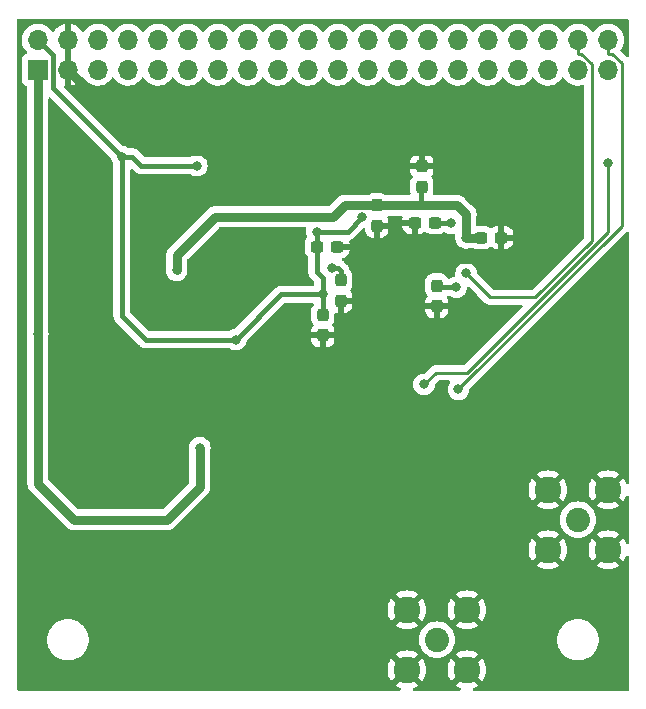
<source format=gbl>
G04 #@! TF.GenerationSoftware,KiCad,Pcbnew,6.0.9-8da3e8f707~116~ubuntu20.04.1*
G04 #@! TF.CreationDate,2022-12-06T17:06:51+01:00*
G04 #@! TF.ProjectId,iqdac,69716461-632e-46b6-9963-61645f706362,rev?*
G04 #@! TF.SameCoordinates,Original*
G04 #@! TF.FileFunction,Copper,L2,Bot*
G04 #@! TF.FilePolarity,Positive*
%FSLAX46Y46*%
G04 Gerber Fmt 4.6, Leading zero omitted, Abs format (unit mm)*
G04 Created by KiCad (PCBNEW 6.0.9-8da3e8f707~116~ubuntu20.04.1) date 2022-12-06 17:06:51*
%MOMM*%
%LPD*%
G01*
G04 APERTURE LIST*
G04 Aperture macros list*
%AMRoundRect*
0 Rectangle with rounded corners*
0 $1 Rounding radius*
0 $2 $3 $4 $5 $6 $7 $8 $9 X,Y pos of 4 corners*
0 Add a 4 corners polygon primitive as box body*
4,1,4,$2,$3,$4,$5,$6,$7,$8,$9,$2,$3,0*
0 Add four circle primitives for the rounded corners*
1,1,$1+$1,$2,$3*
1,1,$1+$1,$4,$5*
1,1,$1+$1,$6,$7*
1,1,$1+$1,$8,$9*
0 Add four rect primitives between the rounded corners*
20,1,$1+$1,$2,$3,$4,$5,0*
20,1,$1+$1,$4,$5,$6,$7,0*
20,1,$1+$1,$6,$7,$8,$9,0*
20,1,$1+$1,$8,$9,$2,$3,0*%
G04 Aperture macros list end*
G04 #@! TA.AperFunction,ComponentPad*
%ADD10C,2.050000*%
G04 #@! TD*
G04 #@! TA.AperFunction,ComponentPad*
%ADD11C,2.250000*%
G04 #@! TD*
G04 #@! TA.AperFunction,ComponentPad*
%ADD12R,1.700000X1.700000*%
G04 #@! TD*
G04 #@! TA.AperFunction,ComponentPad*
%ADD13O,1.700000X1.700000*%
G04 #@! TD*
G04 #@! TA.AperFunction,SMDPad,CuDef*
%ADD14RoundRect,0.237500X0.300000X0.237500X-0.300000X0.237500X-0.300000X-0.237500X0.300000X-0.237500X0*%
G04 #@! TD*
G04 #@! TA.AperFunction,SMDPad,CuDef*
%ADD15RoundRect,0.237500X0.237500X-0.300000X0.237500X0.300000X-0.237500X0.300000X-0.237500X-0.300000X0*%
G04 #@! TD*
G04 #@! TA.AperFunction,SMDPad,CuDef*
%ADD16RoundRect,0.237500X-0.237500X0.300000X-0.237500X-0.300000X0.237500X-0.300000X0.237500X0.300000X0*%
G04 #@! TD*
G04 #@! TA.AperFunction,SMDPad,CuDef*
%ADD17RoundRect,0.237500X-0.300000X-0.237500X0.300000X-0.237500X0.300000X0.237500X-0.300000X0.237500X0*%
G04 #@! TD*
G04 #@! TA.AperFunction,ViaPad*
%ADD18C,0.800000*%
G04 #@! TD*
G04 #@! TA.AperFunction,Conductor*
%ADD19C,0.750000*%
G04 #@! TD*
G04 #@! TA.AperFunction,Conductor*
%ADD20C,0.420000*%
G04 #@! TD*
G04 #@! TA.AperFunction,Conductor*
%ADD21C,0.250000*%
G04 #@! TD*
G04 APERTURE END LIST*
D10*
X182880000Y-93980000D03*
D11*
X180340000Y-91440000D03*
X185420000Y-91440000D03*
X185420000Y-96520000D03*
X180340000Y-96520000D03*
D10*
X170942000Y-104140000D03*
D11*
X173482000Y-106680000D03*
X168402000Y-101600000D03*
X173482000Y-101600000D03*
X168402000Y-106680000D03*
D12*
X137160000Y-55880000D03*
D13*
X137160000Y-53340000D03*
X139700000Y-55880000D03*
X139700000Y-53340000D03*
X142240000Y-55880000D03*
X142240000Y-53340000D03*
X144780000Y-55880000D03*
X144780000Y-53340000D03*
X147320000Y-55880000D03*
X147320000Y-53340000D03*
X149860000Y-55880000D03*
X149860000Y-53340000D03*
X152400000Y-55880000D03*
X152400000Y-53340000D03*
X154940000Y-55880000D03*
X154940000Y-53340000D03*
X157480000Y-55880000D03*
X157480000Y-53340000D03*
X160020000Y-55880000D03*
X160020000Y-53340000D03*
X162560000Y-55880000D03*
X162560000Y-53340000D03*
X165100000Y-55880000D03*
X165100000Y-53340000D03*
X167640000Y-55880000D03*
X167640000Y-53340000D03*
X170180000Y-55880000D03*
X170180000Y-53340000D03*
X172720000Y-55880000D03*
X172720000Y-53340000D03*
X175260000Y-55880000D03*
X175260000Y-53340000D03*
X177800000Y-55880000D03*
X177800000Y-53340000D03*
X180340000Y-55880000D03*
X180340000Y-53340000D03*
X182880000Y-55880000D03*
X182880000Y-53340000D03*
X185420000Y-55880000D03*
X185420000Y-53340000D03*
D14*
X176376500Y-70104000D03*
X174651500Y-70104000D03*
D15*
X161290000Y-78359000D03*
X161290000Y-76634000D03*
X162814000Y-75438000D03*
X162814000Y-73713000D03*
X170942000Y-75893000D03*
X170942000Y-74168000D03*
D16*
X169672000Y-64061000D03*
X169672000Y-65786000D03*
D14*
X162507000Y-70866000D03*
X160782000Y-70866000D03*
D17*
X169063500Y-68834000D03*
X170788500Y-68834000D03*
D15*
X165862000Y-69088000D03*
X165862000Y-67363000D03*
D18*
X137160000Y-78232000D03*
X150876000Y-87884000D03*
X172593000Y-74295000D03*
X160778300Y-69584100D03*
X161290000Y-74900000D03*
X172158450Y-68887550D03*
X153924000Y-78740000D03*
X150622000Y-64008000D03*
X144272000Y-63246000D03*
X164585200Y-68376700D03*
X153083200Y-103480000D03*
X170942000Y-77470000D03*
X168402000Y-74676000D03*
X176126600Y-72136200D03*
X147396200Y-103721100D03*
X149987000Y-73837800D03*
X159258000Y-85598000D03*
X163322000Y-98298000D03*
X139446000Y-87630000D03*
X165862000Y-72136000D03*
X159258000Y-82550000D03*
X163068000Y-89154000D03*
X165862000Y-74676000D03*
X157648000Y-78400000D03*
X157353000Y-72644000D03*
X158239400Y-103480000D03*
X142240000Y-98806000D03*
X140970000Y-62484000D03*
X175768000Y-97536000D03*
X171600000Y-63500000D03*
X156843500Y-98285500D03*
X176107200Y-67375100D03*
X145542000Y-82550000D03*
X146812000Y-69850000D03*
X177850800Y-88519000D03*
X168402000Y-72136000D03*
X150876000Y-98298000D03*
X147066000Y-85598000D03*
X180594000Y-79756000D03*
X163322000Y-103492500D03*
X162814000Y-77724000D03*
X167100000Y-73400000D03*
X148913800Y-72871500D03*
X162099500Y-72644000D03*
X169616200Y-67364400D03*
X173393900Y-68140500D03*
X173414800Y-70130000D03*
X162132600Y-68357600D03*
X172764200Y-82945100D03*
X173418300Y-73125300D03*
X185420000Y-63754000D03*
X169854300Y-82524200D03*
D19*
X137160000Y-55880000D02*
X137160000Y-78232000D01*
X137160000Y-90932000D02*
X140208000Y-93980000D01*
X140208000Y-93980000D02*
X148082000Y-93980000D01*
X150876000Y-91186000D02*
X150876000Y-87884000D01*
X148082000Y-93980000D02*
X150876000Y-91186000D01*
X137160000Y-78232000D02*
X137160000Y-90932000D01*
D20*
X163377800Y-69584100D02*
X164585200Y-68376700D01*
X160782000Y-70866000D02*
X160782000Y-73025000D01*
X157764000Y-74900000D02*
X161290000Y-74900000D01*
X160778300Y-70862300D02*
X160782000Y-70866000D01*
X137160000Y-53340000D02*
X138440000Y-54620000D01*
X160778300Y-69584100D02*
X163377800Y-69584100D01*
X172158450Y-68887550D02*
X170842050Y-68887550D01*
X161290000Y-73533000D02*
X161290000Y-74900000D01*
X138440000Y-57414000D02*
X144272000Y-63246000D01*
X153924000Y-78740000D02*
X157764000Y-74900000D01*
X144272000Y-63246000D02*
X145161000Y-63246000D01*
X145923000Y-64008000D02*
X150622000Y-64008000D01*
X153924000Y-78740000D02*
X146304000Y-78740000D01*
X160782000Y-73025000D02*
X161290000Y-73533000D01*
X145161000Y-63246000D02*
X145923000Y-64008000D01*
X146304000Y-78740000D02*
X144272000Y-76708000D01*
X160778300Y-69584100D02*
X160778300Y-70862300D01*
X161290000Y-76353500D02*
X161036000Y-76607500D01*
X161290000Y-74900000D02*
X161290000Y-76353500D01*
X171042500Y-74295000D02*
X172593000Y-74295000D01*
X170842050Y-68887550D02*
X170788500Y-68834000D01*
X138440000Y-54620000D02*
X138440000Y-57414000D01*
X144272000Y-76708000D02*
X144272000Y-63246000D01*
D21*
X162306000Y-78359000D02*
X161290000Y-78359000D01*
D19*
X146558000Y-62738000D02*
X139700000Y-55880000D01*
D21*
X176107200Y-68411200D02*
X176403000Y-68707000D01*
X167132000Y-69088000D02*
X167386000Y-68834000D01*
X170942000Y-75893000D02*
X169873000Y-75893000D01*
X176403000Y-68707000D02*
X176403000Y-70077500D01*
X169672000Y-64061000D02*
X169672000Y-62738000D01*
D19*
X171600000Y-63500000D02*
X174498000Y-63500000D01*
X170838000Y-62738000D02*
X169672000Y-62738000D01*
D21*
X162814000Y-77851000D02*
X162306000Y-78359000D01*
X176126600Y-72136200D02*
X169799200Y-72136200D01*
X169317500Y-75337500D02*
X169317500Y-71654500D01*
X176403000Y-71247000D02*
X176403000Y-70130500D01*
X176126600Y-71523400D02*
X176403000Y-71247000D01*
D19*
X169672000Y-62738000D02*
X146558000Y-62738000D01*
X176107200Y-65109200D02*
X176107200Y-67375100D01*
D21*
X162507000Y-70866000D02*
X165354000Y-70866000D01*
X169799200Y-72136200D02*
X169418000Y-71755000D01*
X176126600Y-71523400D02*
X176126600Y-72136200D01*
X169037000Y-68860500D02*
X169063500Y-68834000D01*
X167386000Y-68834000D02*
X169063500Y-68834000D01*
X176403000Y-70077500D02*
X176376500Y-70104000D01*
X169317500Y-71654500D02*
X169037000Y-71374000D01*
D19*
X174498000Y-63500000D02*
X176107200Y-65109200D01*
D21*
X165862000Y-70358000D02*
X165862000Y-69088000D01*
X176403000Y-70130500D02*
X176376500Y-70104000D01*
X162814000Y-75438000D02*
X162814000Y-77851000D01*
X169873000Y-75893000D02*
X169317500Y-75337500D01*
D19*
X171600000Y-63500000D02*
X170838000Y-62738000D01*
D21*
X165354000Y-70866000D02*
X165862000Y-70358000D01*
X176107200Y-67375100D02*
X176107200Y-68411200D01*
X169037000Y-71374000D02*
X169037000Y-68860500D01*
X165862000Y-69088000D02*
X167132000Y-69088000D01*
D19*
X148913800Y-72871500D02*
X148913800Y-71558200D01*
X162101000Y-68326000D02*
X162132600Y-68357600D01*
D20*
X162560000Y-72644000D02*
X162814000Y-72898000D01*
D19*
X169616200Y-67364400D02*
X172617800Y-67364400D01*
X173393900Y-70109100D02*
X173414800Y-70130000D01*
D20*
X169616200Y-65841800D02*
X169672000Y-65786000D01*
X162814000Y-72898000D02*
X162814000Y-73713000D01*
D19*
X152146000Y-68326000D02*
X162101000Y-68326000D01*
D20*
X162099500Y-72644000D02*
X162560000Y-72644000D01*
D19*
X148913800Y-71558200D02*
X152146000Y-68326000D01*
D20*
X173388800Y-70104000D02*
X173414800Y-70130000D01*
X169616200Y-67364400D02*
X169616200Y-65841800D01*
D19*
X172617800Y-67364400D02*
X173393900Y-68140500D01*
X162132600Y-68357600D02*
X163125800Y-67364400D01*
X173393900Y-68140500D02*
X173393900Y-70109100D01*
X174651500Y-70104000D02*
X173440800Y-70104000D01*
X173440800Y-70104000D02*
X173414800Y-70130000D01*
X163125800Y-67364400D02*
X169616200Y-67364400D01*
D21*
X186609500Y-69099800D02*
X172764200Y-82945100D01*
X185420000Y-54515300D02*
X185787300Y-54515300D01*
X186609500Y-55337500D02*
X186609500Y-69099800D01*
X185420000Y-53340000D02*
X185420000Y-54515300D01*
X185787300Y-54515300D02*
X186609500Y-55337500D01*
X182880000Y-53340000D02*
X182880000Y-54515300D01*
X182880000Y-54515300D02*
X183177001Y-54515300D01*
X184055000Y-70381508D02*
X179288254Y-75148254D01*
X179288254Y-75148254D02*
X175441254Y-75148254D01*
X184055000Y-55393299D02*
X184055000Y-70381508D01*
X175441254Y-75148254D02*
X173418300Y-73125300D01*
X183177001Y-54515300D02*
X184055000Y-55393299D01*
X170844500Y-81534000D02*
X169854300Y-82524200D01*
X173510452Y-81562452D02*
X171605452Y-81562452D01*
X185420000Y-63754000D02*
X185420000Y-69652904D01*
X171605452Y-81562452D02*
X171577000Y-81534000D01*
X185420000Y-69652904D02*
X173510452Y-81562452D01*
X171577000Y-81534000D02*
X170844500Y-81534000D01*
G04 #@! TA.AperFunction,Conductor*
G36*
X187140121Y-51582002D02*
G01*
X187186614Y-51635658D01*
X187198000Y-51688000D01*
X187198000Y-54725905D01*
X187177998Y-54794026D01*
X187124342Y-54840519D01*
X187054068Y-54850623D01*
X186989488Y-54821129D01*
X186982905Y-54815000D01*
X186505899Y-54337994D01*
X186471873Y-54275682D01*
X186476938Y-54204867D01*
X186492671Y-54175373D01*
X186585435Y-54046277D01*
X186588453Y-54042077D01*
X186601995Y-54014678D01*
X186685136Y-53846453D01*
X186685137Y-53846451D01*
X186687430Y-53841811D01*
X186752370Y-53628069D01*
X186781529Y-53406590D01*
X186783156Y-53340000D01*
X186764852Y-53117361D01*
X186710431Y-52900702D01*
X186621354Y-52695840D01*
X186500014Y-52508277D01*
X186349670Y-52343051D01*
X186345619Y-52339852D01*
X186345615Y-52339848D01*
X186178414Y-52207800D01*
X186178410Y-52207798D01*
X186174359Y-52204598D01*
X186138028Y-52184542D01*
X186122136Y-52175769D01*
X185978789Y-52096638D01*
X185973920Y-52094914D01*
X185973916Y-52094912D01*
X185773087Y-52023795D01*
X185773083Y-52023794D01*
X185768212Y-52022069D01*
X185763119Y-52021162D01*
X185763116Y-52021161D01*
X185553373Y-51983800D01*
X185553367Y-51983799D01*
X185548284Y-51982894D01*
X185474452Y-51981992D01*
X185330081Y-51980228D01*
X185330079Y-51980228D01*
X185324911Y-51980165D01*
X185104091Y-52013955D01*
X184891756Y-52083357D01*
X184693607Y-52186507D01*
X184689474Y-52189610D01*
X184689471Y-52189612D01*
X184519100Y-52317530D01*
X184514965Y-52320635D01*
X184360629Y-52482138D01*
X184253201Y-52639621D01*
X184198293Y-52684621D01*
X184127768Y-52692792D01*
X184064021Y-52661538D01*
X184043324Y-52637054D01*
X183962822Y-52512617D01*
X183962820Y-52512614D01*
X183960014Y-52508277D01*
X183809670Y-52343051D01*
X183805619Y-52339852D01*
X183805615Y-52339848D01*
X183638414Y-52207800D01*
X183638410Y-52207798D01*
X183634359Y-52204598D01*
X183598028Y-52184542D01*
X183582136Y-52175769D01*
X183438789Y-52096638D01*
X183433920Y-52094914D01*
X183433916Y-52094912D01*
X183233087Y-52023795D01*
X183233083Y-52023794D01*
X183228212Y-52022069D01*
X183223119Y-52021162D01*
X183223116Y-52021161D01*
X183013373Y-51983800D01*
X183013367Y-51983799D01*
X183008284Y-51982894D01*
X182934452Y-51981992D01*
X182790081Y-51980228D01*
X182790079Y-51980228D01*
X182784911Y-51980165D01*
X182564091Y-52013955D01*
X182351756Y-52083357D01*
X182153607Y-52186507D01*
X182149474Y-52189610D01*
X182149471Y-52189612D01*
X181979100Y-52317530D01*
X181974965Y-52320635D01*
X181820629Y-52482138D01*
X181713201Y-52639621D01*
X181658293Y-52684621D01*
X181587768Y-52692792D01*
X181524021Y-52661538D01*
X181503324Y-52637054D01*
X181422822Y-52512617D01*
X181422820Y-52512614D01*
X181420014Y-52508277D01*
X181269670Y-52343051D01*
X181265619Y-52339852D01*
X181265615Y-52339848D01*
X181098414Y-52207800D01*
X181098410Y-52207798D01*
X181094359Y-52204598D01*
X181058028Y-52184542D01*
X181042136Y-52175769D01*
X180898789Y-52096638D01*
X180893920Y-52094914D01*
X180893916Y-52094912D01*
X180693087Y-52023795D01*
X180693083Y-52023794D01*
X180688212Y-52022069D01*
X180683119Y-52021162D01*
X180683116Y-52021161D01*
X180473373Y-51983800D01*
X180473367Y-51983799D01*
X180468284Y-51982894D01*
X180394452Y-51981992D01*
X180250081Y-51980228D01*
X180250079Y-51980228D01*
X180244911Y-51980165D01*
X180024091Y-52013955D01*
X179811756Y-52083357D01*
X179613607Y-52186507D01*
X179609474Y-52189610D01*
X179609471Y-52189612D01*
X179439100Y-52317530D01*
X179434965Y-52320635D01*
X179280629Y-52482138D01*
X179173201Y-52639621D01*
X179118293Y-52684621D01*
X179047768Y-52692792D01*
X178984021Y-52661538D01*
X178963324Y-52637054D01*
X178882822Y-52512617D01*
X178882820Y-52512614D01*
X178880014Y-52508277D01*
X178729670Y-52343051D01*
X178725619Y-52339852D01*
X178725615Y-52339848D01*
X178558414Y-52207800D01*
X178558410Y-52207798D01*
X178554359Y-52204598D01*
X178518028Y-52184542D01*
X178502136Y-52175769D01*
X178358789Y-52096638D01*
X178353920Y-52094914D01*
X178353916Y-52094912D01*
X178153087Y-52023795D01*
X178153083Y-52023794D01*
X178148212Y-52022069D01*
X178143119Y-52021162D01*
X178143116Y-52021161D01*
X177933373Y-51983800D01*
X177933367Y-51983799D01*
X177928284Y-51982894D01*
X177854452Y-51981992D01*
X177710081Y-51980228D01*
X177710079Y-51980228D01*
X177704911Y-51980165D01*
X177484091Y-52013955D01*
X177271756Y-52083357D01*
X177073607Y-52186507D01*
X177069474Y-52189610D01*
X177069471Y-52189612D01*
X176899100Y-52317530D01*
X176894965Y-52320635D01*
X176740629Y-52482138D01*
X176633201Y-52639621D01*
X176578293Y-52684621D01*
X176507768Y-52692792D01*
X176444021Y-52661538D01*
X176423324Y-52637054D01*
X176342822Y-52512617D01*
X176342820Y-52512614D01*
X176340014Y-52508277D01*
X176189670Y-52343051D01*
X176185619Y-52339852D01*
X176185615Y-52339848D01*
X176018414Y-52207800D01*
X176018410Y-52207798D01*
X176014359Y-52204598D01*
X175978028Y-52184542D01*
X175962136Y-52175769D01*
X175818789Y-52096638D01*
X175813920Y-52094914D01*
X175813916Y-52094912D01*
X175613087Y-52023795D01*
X175613083Y-52023794D01*
X175608212Y-52022069D01*
X175603119Y-52021162D01*
X175603116Y-52021161D01*
X175393373Y-51983800D01*
X175393367Y-51983799D01*
X175388284Y-51982894D01*
X175314452Y-51981992D01*
X175170081Y-51980228D01*
X175170079Y-51980228D01*
X175164911Y-51980165D01*
X174944091Y-52013955D01*
X174731756Y-52083357D01*
X174533607Y-52186507D01*
X174529474Y-52189610D01*
X174529471Y-52189612D01*
X174359100Y-52317530D01*
X174354965Y-52320635D01*
X174200629Y-52482138D01*
X174093201Y-52639621D01*
X174038293Y-52684621D01*
X173967768Y-52692792D01*
X173904021Y-52661538D01*
X173883324Y-52637054D01*
X173802822Y-52512617D01*
X173802820Y-52512614D01*
X173800014Y-52508277D01*
X173649670Y-52343051D01*
X173645619Y-52339852D01*
X173645615Y-52339848D01*
X173478414Y-52207800D01*
X173478410Y-52207798D01*
X173474359Y-52204598D01*
X173438028Y-52184542D01*
X173422136Y-52175769D01*
X173278789Y-52096638D01*
X173273920Y-52094914D01*
X173273916Y-52094912D01*
X173073087Y-52023795D01*
X173073083Y-52023794D01*
X173068212Y-52022069D01*
X173063119Y-52021162D01*
X173063116Y-52021161D01*
X172853373Y-51983800D01*
X172853367Y-51983799D01*
X172848284Y-51982894D01*
X172774452Y-51981992D01*
X172630081Y-51980228D01*
X172630079Y-51980228D01*
X172624911Y-51980165D01*
X172404091Y-52013955D01*
X172191756Y-52083357D01*
X171993607Y-52186507D01*
X171989474Y-52189610D01*
X171989471Y-52189612D01*
X171819100Y-52317530D01*
X171814965Y-52320635D01*
X171660629Y-52482138D01*
X171553201Y-52639621D01*
X171498293Y-52684621D01*
X171427768Y-52692792D01*
X171364021Y-52661538D01*
X171343324Y-52637054D01*
X171262822Y-52512617D01*
X171262820Y-52512614D01*
X171260014Y-52508277D01*
X171109670Y-52343051D01*
X171105619Y-52339852D01*
X171105615Y-52339848D01*
X170938414Y-52207800D01*
X170938410Y-52207798D01*
X170934359Y-52204598D01*
X170898028Y-52184542D01*
X170882136Y-52175769D01*
X170738789Y-52096638D01*
X170733920Y-52094914D01*
X170733916Y-52094912D01*
X170533087Y-52023795D01*
X170533083Y-52023794D01*
X170528212Y-52022069D01*
X170523119Y-52021162D01*
X170523116Y-52021161D01*
X170313373Y-51983800D01*
X170313367Y-51983799D01*
X170308284Y-51982894D01*
X170234452Y-51981992D01*
X170090081Y-51980228D01*
X170090079Y-51980228D01*
X170084911Y-51980165D01*
X169864091Y-52013955D01*
X169651756Y-52083357D01*
X169453607Y-52186507D01*
X169449474Y-52189610D01*
X169449471Y-52189612D01*
X169279100Y-52317530D01*
X169274965Y-52320635D01*
X169120629Y-52482138D01*
X169013201Y-52639621D01*
X168958293Y-52684621D01*
X168887768Y-52692792D01*
X168824021Y-52661538D01*
X168803324Y-52637054D01*
X168722822Y-52512617D01*
X168722820Y-52512614D01*
X168720014Y-52508277D01*
X168569670Y-52343051D01*
X168565619Y-52339852D01*
X168565615Y-52339848D01*
X168398414Y-52207800D01*
X168398410Y-52207798D01*
X168394359Y-52204598D01*
X168358028Y-52184542D01*
X168342136Y-52175769D01*
X168198789Y-52096638D01*
X168193920Y-52094914D01*
X168193916Y-52094912D01*
X167993087Y-52023795D01*
X167993083Y-52023794D01*
X167988212Y-52022069D01*
X167983119Y-52021162D01*
X167983116Y-52021161D01*
X167773373Y-51983800D01*
X167773367Y-51983799D01*
X167768284Y-51982894D01*
X167694452Y-51981992D01*
X167550081Y-51980228D01*
X167550079Y-51980228D01*
X167544911Y-51980165D01*
X167324091Y-52013955D01*
X167111756Y-52083357D01*
X166913607Y-52186507D01*
X166909474Y-52189610D01*
X166909471Y-52189612D01*
X166739100Y-52317530D01*
X166734965Y-52320635D01*
X166580629Y-52482138D01*
X166473201Y-52639621D01*
X166418293Y-52684621D01*
X166347768Y-52692792D01*
X166284021Y-52661538D01*
X166263324Y-52637054D01*
X166182822Y-52512617D01*
X166182820Y-52512614D01*
X166180014Y-52508277D01*
X166029670Y-52343051D01*
X166025619Y-52339852D01*
X166025615Y-52339848D01*
X165858414Y-52207800D01*
X165858410Y-52207798D01*
X165854359Y-52204598D01*
X165818028Y-52184542D01*
X165802136Y-52175769D01*
X165658789Y-52096638D01*
X165653920Y-52094914D01*
X165653916Y-52094912D01*
X165453087Y-52023795D01*
X165453083Y-52023794D01*
X165448212Y-52022069D01*
X165443119Y-52021162D01*
X165443116Y-52021161D01*
X165233373Y-51983800D01*
X165233367Y-51983799D01*
X165228284Y-51982894D01*
X165154452Y-51981992D01*
X165010081Y-51980228D01*
X165010079Y-51980228D01*
X165004911Y-51980165D01*
X164784091Y-52013955D01*
X164571756Y-52083357D01*
X164373607Y-52186507D01*
X164369474Y-52189610D01*
X164369471Y-52189612D01*
X164199100Y-52317530D01*
X164194965Y-52320635D01*
X164040629Y-52482138D01*
X163933201Y-52639621D01*
X163878293Y-52684621D01*
X163807768Y-52692792D01*
X163744021Y-52661538D01*
X163723324Y-52637054D01*
X163642822Y-52512617D01*
X163642820Y-52512614D01*
X163640014Y-52508277D01*
X163489670Y-52343051D01*
X163485619Y-52339852D01*
X163485615Y-52339848D01*
X163318414Y-52207800D01*
X163318410Y-52207798D01*
X163314359Y-52204598D01*
X163278028Y-52184542D01*
X163262136Y-52175769D01*
X163118789Y-52096638D01*
X163113920Y-52094914D01*
X163113916Y-52094912D01*
X162913087Y-52023795D01*
X162913083Y-52023794D01*
X162908212Y-52022069D01*
X162903119Y-52021162D01*
X162903116Y-52021161D01*
X162693373Y-51983800D01*
X162693367Y-51983799D01*
X162688284Y-51982894D01*
X162614452Y-51981992D01*
X162470081Y-51980228D01*
X162470079Y-51980228D01*
X162464911Y-51980165D01*
X162244091Y-52013955D01*
X162031756Y-52083357D01*
X161833607Y-52186507D01*
X161829474Y-52189610D01*
X161829471Y-52189612D01*
X161659100Y-52317530D01*
X161654965Y-52320635D01*
X161500629Y-52482138D01*
X161393201Y-52639621D01*
X161338293Y-52684621D01*
X161267768Y-52692792D01*
X161204021Y-52661538D01*
X161183324Y-52637054D01*
X161102822Y-52512617D01*
X161102820Y-52512614D01*
X161100014Y-52508277D01*
X160949670Y-52343051D01*
X160945619Y-52339852D01*
X160945615Y-52339848D01*
X160778414Y-52207800D01*
X160778410Y-52207798D01*
X160774359Y-52204598D01*
X160738028Y-52184542D01*
X160722136Y-52175769D01*
X160578789Y-52096638D01*
X160573920Y-52094914D01*
X160573916Y-52094912D01*
X160373087Y-52023795D01*
X160373083Y-52023794D01*
X160368212Y-52022069D01*
X160363119Y-52021162D01*
X160363116Y-52021161D01*
X160153373Y-51983800D01*
X160153367Y-51983799D01*
X160148284Y-51982894D01*
X160074452Y-51981992D01*
X159930081Y-51980228D01*
X159930079Y-51980228D01*
X159924911Y-51980165D01*
X159704091Y-52013955D01*
X159491756Y-52083357D01*
X159293607Y-52186507D01*
X159289474Y-52189610D01*
X159289471Y-52189612D01*
X159119100Y-52317530D01*
X159114965Y-52320635D01*
X158960629Y-52482138D01*
X158853201Y-52639621D01*
X158798293Y-52684621D01*
X158727768Y-52692792D01*
X158664021Y-52661538D01*
X158643324Y-52637054D01*
X158562822Y-52512617D01*
X158562820Y-52512614D01*
X158560014Y-52508277D01*
X158409670Y-52343051D01*
X158405619Y-52339852D01*
X158405615Y-52339848D01*
X158238414Y-52207800D01*
X158238410Y-52207798D01*
X158234359Y-52204598D01*
X158198028Y-52184542D01*
X158182136Y-52175769D01*
X158038789Y-52096638D01*
X158033920Y-52094914D01*
X158033916Y-52094912D01*
X157833087Y-52023795D01*
X157833083Y-52023794D01*
X157828212Y-52022069D01*
X157823119Y-52021162D01*
X157823116Y-52021161D01*
X157613373Y-51983800D01*
X157613367Y-51983799D01*
X157608284Y-51982894D01*
X157534452Y-51981992D01*
X157390081Y-51980228D01*
X157390079Y-51980228D01*
X157384911Y-51980165D01*
X157164091Y-52013955D01*
X156951756Y-52083357D01*
X156753607Y-52186507D01*
X156749474Y-52189610D01*
X156749471Y-52189612D01*
X156579100Y-52317530D01*
X156574965Y-52320635D01*
X156420629Y-52482138D01*
X156313201Y-52639621D01*
X156258293Y-52684621D01*
X156187768Y-52692792D01*
X156124021Y-52661538D01*
X156103324Y-52637054D01*
X156022822Y-52512617D01*
X156022820Y-52512614D01*
X156020014Y-52508277D01*
X155869670Y-52343051D01*
X155865619Y-52339852D01*
X155865615Y-52339848D01*
X155698414Y-52207800D01*
X155698410Y-52207798D01*
X155694359Y-52204598D01*
X155658028Y-52184542D01*
X155642136Y-52175769D01*
X155498789Y-52096638D01*
X155493920Y-52094914D01*
X155493916Y-52094912D01*
X155293087Y-52023795D01*
X155293083Y-52023794D01*
X155288212Y-52022069D01*
X155283119Y-52021162D01*
X155283116Y-52021161D01*
X155073373Y-51983800D01*
X155073367Y-51983799D01*
X155068284Y-51982894D01*
X154994452Y-51981992D01*
X154850081Y-51980228D01*
X154850079Y-51980228D01*
X154844911Y-51980165D01*
X154624091Y-52013955D01*
X154411756Y-52083357D01*
X154213607Y-52186507D01*
X154209474Y-52189610D01*
X154209471Y-52189612D01*
X154039100Y-52317530D01*
X154034965Y-52320635D01*
X153880629Y-52482138D01*
X153773201Y-52639621D01*
X153718293Y-52684621D01*
X153647768Y-52692792D01*
X153584021Y-52661538D01*
X153563324Y-52637054D01*
X153482822Y-52512617D01*
X153482820Y-52512614D01*
X153480014Y-52508277D01*
X153329670Y-52343051D01*
X153325619Y-52339852D01*
X153325615Y-52339848D01*
X153158414Y-52207800D01*
X153158410Y-52207798D01*
X153154359Y-52204598D01*
X153118028Y-52184542D01*
X153102136Y-52175769D01*
X152958789Y-52096638D01*
X152953920Y-52094914D01*
X152953916Y-52094912D01*
X152753087Y-52023795D01*
X152753083Y-52023794D01*
X152748212Y-52022069D01*
X152743119Y-52021162D01*
X152743116Y-52021161D01*
X152533373Y-51983800D01*
X152533367Y-51983799D01*
X152528284Y-51982894D01*
X152454452Y-51981992D01*
X152310081Y-51980228D01*
X152310079Y-51980228D01*
X152304911Y-51980165D01*
X152084091Y-52013955D01*
X151871756Y-52083357D01*
X151673607Y-52186507D01*
X151669474Y-52189610D01*
X151669471Y-52189612D01*
X151499100Y-52317530D01*
X151494965Y-52320635D01*
X151340629Y-52482138D01*
X151233201Y-52639621D01*
X151178293Y-52684621D01*
X151107768Y-52692792D01*
X151044021Y-52661538D01*
X151023324Y-52637054D01*
X150942822Y-52512617D01*
X150942820Y-52512614D01*
X150940014Y-52508277D01*
X150789670Y-52343051D01*
X150785619Y-52339852D01*
X150785615Y-52339848D01*
X150618414Y-52207800D01*
X150618410Y-52207798D01*
X150614359Y-52204598D01*
X150578028Y-52184542D01*
X150562136Y-52175769D01*
X150418789Y-52096638D01*
X150413920Y-52094914D01*
X150413916Y-52094912D01*
X150213087Y-52023795D01*
X150213083Y-52023794D01*
X150208212Y-52022069D01*
X150203119Y-52021162D01*
X150203116Y-52021161D01*
X149993373Y-51983800D01*
X149993367Y-51983799D01*
X149988284Y-51982894D01*
X149914452Y-51981992D01*
X149770081Y-51980228D01*
X149770079Y-51980228D01*
X149764911Y-51980165D01*
X149544091Y-52013955D01*
X149331756Y-52083357D01*
X149133607Y-52186507D01*
X149129474Y-52189610D01*
X149129471Y-52189612D01*
X148959100Y-52317530D01*
X148954965Y-52320635D01*
X148800629Y-52482138D01*
X148693201Y-52639621D01*
X148638293Y-52684621D01*
X148567768Y-52692792D01*
X148504021Y-52661538D01*
X148483324Y-52637054D01*
X148402822Y-52512617D01*
X148402820Y-52512614D01*
X148400014Y-52508277D01*
X148249670Y-52343051D01*
X148245619Y-52339852D01*
X148245615Y-52339848D01*
X148078414Y-52207800D01*
X148078410Y-52207798D01*
X148074359Y-52204598D01*
X148038028Y-52184542D01*
X148022136Y-52175769D01*
X147878789Y-52096638D01*
X147873920Y-52094914D01*
X147873916Y-52094912D01*
X147673087Y-52023795D01*
X147673083Y-52023794D01*
X147668212Y-52022069D01*
X147663119Y-52021162D01*
X147663116Y-52021161D01*
X147453373Y-51983800D01*
X147453367Y-51983799D01*
X147448284Y-51982894D01*
X147374452Y-51981992D01*
X147230081Y-51980228D01*
X147230079Y-51980228D01*
X147224911Y-51980165D01*
X147004091Y-52013955D01*
X146791756Y-52083357D01*
X146593607Y-52186507D01*
X146589474Y-52189610D01*
X146589471Y-52189612D01*
X146419100Y-52317530D01*
X146414965Y-52320635D01*
X146260629Y-52482138D01*
X146153201Y-52639621D01*
X146098293Y-52684621D01*
X146027768Y-52692792D01*
X145964021Y-52661538D01*
X145943324Y-52637054D01*
X145862822Y-52512617D01*
X145862820Y-52512614D01*
X145860014Y-52508277D01*
X145709670Y-52343051D01*
X145705619Y-52339852D01*
X145705615Y-52339848D01*
X145538414Y-52207800D01*
X145538410Y-52207798D01*
X145534359Y-52204598D01*
X145498028Y-52184542D01*
X145482136Y-52175769D01*
X145338789Y-52096638D01*
X145333920Y-52094914D01*
X145333916Y-52094912D01*
X145133087Y-52023795D01*
X145133083Y-52023794D01*
X145128212Y-52022069D01*
X145123119Y-52021162D01*
X145123116Y-52021161D01*
X144913373Y-51983800D01*
X144913367Y-51983799D01*
X144908284Y-51982894D01*
X144834452Y-51981992D01*
X144690081Y-51980228D01*
X144690079Y-51980228D01*
X144684911Y-51980165D01*
X144464091Y-52013955D01*
X144251756Y-52083357D01*
X144053607Y-52186507D01*
X144049474Y-52189610D01*
X144049471Y-52189612D01*
X143879100Y-52317530D01*
X143874965Y-52320635D01*
X143720629Y-52482138D01*
X143613201Y-52639621D01*
X143558293Y-52684621D01*
X143487768Y-52692792D01*
X143424021Y-52661538D01*
X143403324Y-52637054D01*
X143322822Y-52512617D01*
X143322820Y-52512614D01*
X143320014Y-52508277D01*
X143169670Y-52343051D01*
X143165619Y-52339852D01*
X143165615Y-52339848D01*
X142998414Y-52207800D01*
X142998410Y-52207798D01*
X142994359Y-52204598D01*
X142958028Y-52184542D01*
X142942136Y-52175769D01*
X142798789Y-52096638D01*
X142793920Y-52094914D01*
X142793916Y-52094912D01*
X142593087Y-52023795D01*
X142593083Y-52023794D01*
X142588212Y-52022069D01*
X142583119Y-52021162D01*
X142583116Y-52021161D01*
X142373373Y-51983800D01*
X142373367Y-51983799D01*
X142368284Y-51982894D01*
X142294452Y-51981992D01*
X142150081Y-51980228D01*
X142150079Y-51980228D01*
X142144911Y-51980165D01*
X141924091Y-52013955D01*
X141711756Y-52083357D01*
X141513607Y-52186507D01*
X141509474Y-52189610D01*
X141509471Y-52189612D01*
X141339100Y-52317530D01*
X141334965Y-52320635D01*
X141180629Y-52482138D01*
X141073204Y-52639618D01*
X141072898Y-52640066D01*
X141017987Y-52685069D01*
X140947462Y-52693240D01*
X140883715Y-52661986D01*
X140863018Y-52637502D01*
X140782426Y-52512926D01*
X140776136Y-52504757D01*
X140632806Y-52347240D01*
X140625273Y-52340215D01*
X140458139Y-52208222D01*
X140449552Y-52202517D01*
X140263117Y-52099599D01*
X140253705Y-52095369D01*
X140052959Y-52024280D01*
X140042988Y-52021646D01*
X139971837Y-52008972D01*
X139958540Y-52010432D01*
X139954000Y-52024989D01*
X139954000Y-57198517D01*
X139958064Y-57212359D01*
X139971478Y-57214393D01*
X139978184Y-57213534D01*
X139988262Y-57211392D01*
X140192255Y-57150191D01*
X140201842Y-57146433D01*
X140393095Y-57052739D01*
X140401945Y-57047464D01*
X140575328Y-56923792D01*
X140583200Y-56917139D01*
X140734052Y-56766812D01*
X140740730Y-56758965D01*
X140868022Y-56581819D01*
X140869279Y-56582722D01*
X140916373Y-56539362D01*
X140986311Y-56527145D01*
X141051751Y-56554678D01*
X141079579Y-56586511D01*
X141139987Y-56685088D01*
X141286250Y-56853938D01*
X141458126Y-56996632D01*
X141651000Y-57109338D01*
X141655825Y-57111180D01*
X141655826Y-57111181D01*
X141698724Y-57127562D01*
X141859692Y-57189030D01*
X141864760Y-57190061D01*
X141864763Y-57190062D01*
X141969604Y-57211392D01*
X142078597Y-57233567D01*
X142083772Y-57233757D01*
X142083774Y-57233757D01*
X142296673Y-57241564D01*
X142296677Y-57241564D01*
X142301837Y-57241753D01*
X142306957Y-57241097D01*
X142306959Y-57241097D01*
X142518288Y-57214025D01*
X142518289Y-57214025D01*
X142523416Y-57213368D01*
X142528376Y-57211880D01*
X142732429Y-57150661D01*
X142732434Y-57150659D01*
X142737384Y-57149174D01*
X142937994Y-57050896D01*
X143119860Y-56921173D01*
X143278096Y-56763489D01*
X143408453Y-56582077D01*
X143409776Y-56583028D01*
X143456645Y-56539857D01*
X143526580Y-56527625D01*
X143592026Y-56555144D01*
X143619875Y-56586994D01*
X143679987Y-56685088D01*
X143826250Y-56853938D01*
X143998126Y-56996632D01*
X144191000Y-57109338D01*
X144195825Y-57111180D01*
X144195826Y-57111181D01*
X144238724Y-57127562D01*
X144399692Y-57189030D01*
X144404760Y-57190061D01*
X144404763Y-57190062D01*
X144509604Y-57211392D01*
X144618597Y-57233567D01*
X144623772Y-57233757D01*
X144623774Y-57233757D01*
X144836673Y-57241564D01*
X144836677Y-57241564D01*
X144841837Y-57241753D01*
X144846957Y-57241097D01*
X144846959Y-57241097D01*
X145058288Y-57214025D01*
X145058289Y-57214025D01*
X145063416Y-57213368D01*
X145068376Y-57211880D01*
X145272429Y-57150661D01*
X145272434Y-57150659D01*
X145277384Y-57149174D01*
X145477994Y-57050896D01*
X145659860Y-56921173D01*
X145818096Y-56763489D01*
X145948453Y-56582077D01*
X145949776Y-56583028D01*
X145996645Y-56539857D01*
X146066580Y-56527625D01*
X146132026Y-56555144D01*
X146159875Y-56586994D01*
X146219987Y-56685088D01*
X146366250Y-56853938D01*
X146538126Y-56996632D01*
X146731000Y-57109338D01*
X146735825Y-57111180D01*
X146735826Y-57111181D01*
X146778724Y-57127562D01*
X146939692Y-57189030D01*
X146944760Y-57190061D01*
X146944763Y-57190062D01*
X147049604Y-57211392D01*
X147158597Y-57233567D01*
X147163772Y-57233757D01*
X147163774Y-57233757D01*
X147376673Y-57241564D01*
X147376677Y-57241564D01*
X147381837Y-57241753D01*
X147386957Y-57241097D01*
X147386959Y-57241097D01*
X147598288Y-57214025D01*
X147598289Y-57214025D01*
X147603416Y-57213368D01*
X147608376Y-57211880D01*
X147812429Y-57150661D01*
X147812434Y-57150659D01*
X147817384Y-57149174D01*
X148017994Y-57050896D01*
X148199860Y-56921173D01*
X148358096Y-56763489D01*
X148488453Y-56582077D01*
X148489776Y-56583028D01*
X148536645Y-56539857D01*
X148606580Y-56527625D01*
X148672026Y-56555144D01*
X148699875Y-56586994D01*
X148759987Y-56685088D01*
X148906250Y-56853938D01*
X149078126Y-56996632D01*
X149271000Y-57109338D01*
X149275825Y-57111180D01*
X149275826Y-57111181D01*
X149318724Y-57127562D01*
X149479692Y-57189030D01*
X149484760Y-57190061D01*
X149484763Y-57190062D01*
X149589604Y-57211392D01*
X149698597Y-57233567D01*
X149703772Y-57233757D01*
X149703774Y-57233757D01*
X149916673Y-57241564D01*
X149916677Y-57241564D01*
X149921837Y-57241753D01*
X149926957Y-57241097D01*
X149926959Y-57241097D01*
X150138288Y-57214025D01*
X150138289Y-57214025D01*
X150143416Y-57213368D01*
X150148376Y-57211880D01*
X150352429Y-57150661D01*
X150352434Y-57150659D01*
X150357384Y-57149174D01*
X150557994Y-57050896D01*
X150739860Y-56921173D01*
X150898096Y-56763489D01*
X151028453Y-56582077D01*
X151029776Y-56583028D01*
X151076645Y-56539857D01*
X151146580Y-56527625D01*
X151212026Y-56555144D01*
X151239875Y-56586994D01*
X151299987Y-56685088D01*
X151446250Y-56853938D01*
X151618126Y-56996632D01*
X151811000Y-57109338D01*
X151815825Y-57111180D01*
X151815826Y-57111181D01*
X151858724Y-57127562D01*
X152019692Y-57189030D01*
X152024760Y-57190061D01*
X152024763Y-57190062D01*
X152129604Y-57211392D01*
X152238597Y-57233567D01*
X152243772Y-57233757D01*
X152243774Y-57233757D01*
X152456673Y-57241564D01*
X152456677Y-57241564D01*
X152461837Y-57241753D01*
X152466957Y-57241097D01*
X152466959Y-57241097D01*
X152678288Y-57214025D01*
X152678289Y-57214025D01*
X152683416Y-57213368D01*
X152688376Y-57211880D01*
X152892429Y-57150661D01*
X152892434Y-57150659D01*
X152897384Y-57149174D01*
X153097994Y-57050896D01*
X153279860Y-56921173D01*
X153438096Y-56763489D01*
X153568453Y-56582077D01*
X153569776Y-56583028D01*
X153616645Y-56539857D01*
X153686580Y-56527625D01*
X153752026Y-56555144D01*
X153779875Y-56586994D01*
X153839987Y-56685088D01*
X153986250Y-56853938D01*
X154158126Y-56996632D01*
X154351000Y-57109338D01*
X154355825Y-57111180D01*
X154355826Y-57111181D01*
X154398724Y-57127562D01*
X154559692Y-57189030D01*
X154564760Y-57190061D01*
X154564763Y-57190062D01*
X154669604Y-57211392D01*
X154778597Y-57233567D01*
X154783772Y-57233757D01*
X154783774Y-57233757D01*
X154996673Y-57241564D01*
X154996677Y-57241564D01*
X155001837Y-57241753D01*
X155006957Y-57241097D01*
X155006959Y-57241097D01*
X155218288Y-57214025D01*
X155218289Y-57214025D01*
X155223416Y-57213368D01*
X155228376Y-57211880D01*
X155432429Y-57150661D01*
X155432434Y-57150659D01*
X155437384Y-57149174D01*
X155637994Y-57050896D01*
X155819860Y-56921173D01*
X155978096Y-56763489D01*
X156108453Y-56582077D01*
X156109776Y-56583028D01*
X156156645Y-56539857D01*
X156226580Y-56527625D01*
X156292026Y-56555144D01*
X156319875Y-56586994D01*
X156379987Y-56685088D01*
X156526250Y-56853938D01*
X156698126Y-56996632D01*
X156891000Y-57109338D01*
X156895825Y-57111180D01*
X156895826Y-57111181D01*
X156938724Y-57127562D01*
X157099692Y-57189030D01*
X157104760Y-57190061D01*
X157104763Y-57190062D01*
X157209604Y-57211392D01*
X157318597Y-57233567D01*
X157323772Y-57233757D01*
X157323774Y-57233757D01*
X157536673Y-57241564D01*
X157536677Y-57241564D01*
X157541837Y-57241753D01*
X157546957Y-57241097D01*
X157546959Y-57241097D01*
X157758288Y-57214025D01*
X157758289Y-57214025D01*
X157763416Y-57213368D01*
X157768376Y-57211880D01*
X157972429Y-57150661D01*
X157972434Y-57150659D01*
X157977384Y-57149174D01*
X158177994Y-57050896D01*
X158359860Y-56921173D01*
X158518096Y-56763489D01*
X158648453Y-56582077D01*
X158649776Y-56583028D01*
X158696645Y-56539857D01*
X158766580Y-56527625D01*
X158832026Y-56555144D01*
X158859875Y-56586994D01*
X158919987Y-56685088D01*
X159066250Y-56853938D01*
X159238126Y-56996632D01*
X159431000Y-57109338D01*
X159435825Y-57111180D01*
X159435826Y-57111181D01*
X159478724Y-57127562D01*
X159639692Y-57189030D01*
X159644760Y-57190061D01*
X159644763Y-57190062D01*
X159749604Y-57211392D01*
X159858597Y-57233567D01*
X159863772Y-57233757D01*
X159863774Y-57233757D01*
X160076673Y-57241564D01*
X160076677Y-57241564D01*
X160081837Y-57241753D01*
X160086957Y-57241097D01*
X160086959Y-57241097D01*
X160298288Y-57214025D01*
X160298289Y-57214025D01*
X160303416Y-57213368D01*
X160308376Y-57211880D01*
X160512429Y-57150661D01*
X160512434Y-57150659D01*
X160517384Y-57149174D01*
X160717994Y-57050896D01*
X160899860Y-56921173D01*
X161058096Y-56763489D01*
X161188453Y-56582077D01*
X161189776Y-56583028D01*
X161236645Y-56539857D01*
X161306580Y-56527625D01*
X161372026Y-56555144D01*
X161399875Y-56586994D01*
X161459987Y-56685088D01*
X161606250Y-56853938D01*
X161778126Y-56996632D01*
X161971000Y-57109338D01*
X161975825Y-57111180D01*
X161975826Y-57111181D01*
X162018724Y-57127562D01*
X162179692Y-57189030D01*
X162184760Y-57190061D01*
X162184763Y-57190062D01*
X162289604Y-57211392D01*
X162398597Y-57233567D01*
X162403772Y-57233757D01*
X162403774Y-57233757D01*
X162616673Y-57241564D01*
X162616677Y-57241564D01*
X162621837Y-57241753D01*
X162626957Y-57241097D01*
X162626959Y-57241097D01*
X162838288Y-57214025D01*
X162838289Y-57214025D01*
X162843416Y-57213368D01*
X162848376Y-57211880D01*
X163052429Y-57150661D01*
X163052434Y-57150659D01*
X163057384Y-57149174D01*
X163257994Y-57050896D01*
X163439860Y-56921173D01*
X163598096Y-56763489D01*
X163728453Y-56582077D01*
X163729776Y-56583028D01*
X163776645Y-56539857D01*
X163846580Y-56527625D01*
X163912026Y-56555144D01*
X163939875Y-56586994D01*
X163999987Y-56685088D01*
X164146250Y-56853938D01*
X164318126Y-56996632D01*
X164511000Y-57109338D01*
X164515825Y-57111180D01*
X164515826Y-57111181D01*
X164558724Y-57127562D01*
X164719692Y-57189030D01*
X164724760Y-57190061D01*
X164724763Y-57190062D01*
X164829604Y-57211392D01*
X164938597Y-57233567D01*
X164943772Y-57233757D01*
X164943774Y-57233757D01*
X165156673Y-57241564D01*
X165156677Y-57241564D01*
X165161837Y-57241753D01*
X165166957Y-57241097D01*
X165166959Y-57241097D01*
X165378288Y-57214025D01*
X165378289Y-57214025D01*
X165383416Y-57213368D01*
X165388376Y-57211880D01*
X165592429Y-57150661D01*
X165592434Y-57150659D01*
X165597384Y-57149174D01*
X165797994Y-57050896D01*
X165979860Y-56921173D01*
X166138096Y-56763489D01*
X166268453Y-56582077D01*
X166269776Y-56583028D01*
X166316645Y-56539857D01*
X166386580Y-56527625D01*
X166452026Y-56555144D01*
X166479875Y-56586994D01*
X166539987Y-56685088D01*
X166686250Y-56853938D01*
X166858126Y-56996632D01*
X167051000Y-57109338D01*
X167055825Y-57111180D01*
X167055826Y-57111181D01*
X167098724Y-57127562D01*
X167259692Y-57189030D01*
X167264760Y-57190061D01*
X167264763Y-57190062D01*
X167369604Y-57211392D01*
X167478597Y-57233567D01*
X167483772Y-57233757D01*
X167483774Y-57233757D01*
X167696673Y-57241564D01*
X167696677Y-57241564D01*
X167701837Y-57241753D01*
X167706957Y-57241097D01*
X167706959Y-57241097D01*
X167918288Y-57214025D01*
X167918289Y-57214025D01*
X167923416Y-57213368D01*
X167928376Y-57211880D01*
X168132429Y-57150661D01*
X168132434Y-57150659D01*
X168137384Y-57149174D01*
X168337994Y-57050896D01*
X168519860Y-56921173D01*
X168678096Y-56763489D01*
X168808453Y-56582077D01*
X168809776Y-56583028D01*
X168856645Y-56539857D01*
X168926580Y-56527625D01*
X168992026Y-56555144D01*
X169019875Y-56586994D01*
X169079987Y-56685088D01*
X169226250Y-56853938D01*
X169398126Y-56996632D01*
X169591000Y-57109338D01*
X169595825Y-57111180D01*
X169595826Y-57111181D01*
X169638724Y-57127562D01*
X169799692Y-57189030D01*
X169804760Y-57190061D01*
X169804763Y-57190062D01*
X169909604Y-57211392D01*
X170018597Y-57233567D01*
X170023772Y-57233757D01*
X170023774Y-57233757D01*
X170236673Y-57241564D01*
X170236677Y-57241564D01*
X170241837Y-57241753D01*
X170246957Y-57241097D01*
X170246959Y-57241097D01*
X170458288Y-57214025D01*
X170458289Y-57214025D01*
X170463416Y-57213368D01*
X170468376Y-57211880D01*
X170672429Y-57150661D01*
X170672434Y-57150659D01*
X170677384Y-57149174D01*
X170877994Y-57050896D01*
X171059860Y-56921173D01*
X171218096Y-56763489D01*
X171348453Y-56582077D01*
X171349776Y-56583028D01*
X171396645Y-56539857D01*
X171466580Y-56527625D01*
X171532026Y-56555144D01*
X171559875Y-56586994D01*
X171619987Y-56685088D01*
X171766250Y-56853938D01*
X171938126Y-56996632D01*
X172131000Y-57109338D01*
X172135825Y-57111180D01*
X172135826Y-57111181D01*
X172178724Y-57127562D01*
X172339692Y-57189030D01*
X172344760Y-57190061D01*
X172344763Y-57190062D01*
X172449604Y-57211392D01*
X172558597Y-57233567D01*
X172563772Y-57233757D01*
X172563774Y-57233757D01*
X172776673Y-57241564D01*
X172776677Y-57241564D01*
X172781837Y-57241753D01*
X172786957Y-57241097D01*
X172786959Y-57241097D01*
X172998288Y-57214025D01*
X172998289Y-57214025D01*
X173003416Y-57213368D01*
X173008376Y-57211880D01*
X173212429Y-57150661D01*
X173212434Y-57150659D01*
X173217384Y-57149174D01*
X173417994Y-57050896D01*
X173599860Y-56921173D01*
X173758096Y-56763489D01*
X173888453Y-56582077D01*
X173889776Y-56583028D01*
X173936645Y-56539857D01*
X174006580Y-56527625D01*
X174072026Y-56555144D01*
X174099875Y-56586994D01*
X174159987Y-56685088D01*
X174306250Y-56853938D01*
X174478126Y-56996632D01*
X174671000Y-57109338D01*
X174675825Y-57111180D01*
X174675826Y-57111181D01*
X174718724Y-57127562D01*
X174879692Y-57189030D01*
X174884760Y-57190061D01*
X174884763Y-57190062D01*
X174989604Y-57211392D01*
X175098597Y-57233567D01*
X175103772Y-57233757D01*
X175103774Y-57233757D01*
X175316673Y-57241564D01*
X175316677Y-57241564D01*
X175321837Y-57241753D01*
X175326957Y-57241097D01*
X175326959Y-57241097D01*
X175538288Y-57214025D01*
X175538289Y-57214025D01*
X175543416Y-57213368D01*
X175548376Y-57211880D01*
X175752429Y-57150661D01*
X175752434Y-57150659D01*
X175757384Y-57149174D01*
X175957994Y-57050896D01*
X176139860Y-56921173D01*
X176298096Y-56763489D01*
X176428453Y-56582077D01*
X176429776Y-56583028D01*
X176476645Y-56539857D01*
X176546580Y-56527625D01*
X176612026Y-56555144D01*
X176639875Y-56586994D01*
X176699987Y-56685088D01*
X176846250Y-56853938D01*
X177018126Y-56996632D01*
X177211000Y-57109338D01*
X177215825Y-57111180D01*
X177215826Y-57111181D01*
X177258724Y-57127562D01*
X177419692Y-57189030D01*
X177424760Y-57190061D01*
X177424763Y-57190062D01*
X177529604Y-57211392D01*
X177638597Y-57233567D01*
X177643772Y-57233757D01*
X177643774Y-57233757D01*
X177856673Y-57241564D01*
X177856677Y-57241564D01*
X177861837Y-57241753D01*
X177866957Y-57241097D01*
X177866959Y-57241097D01*
X178078288Y-57214025D01*
X178078289Y-57214025D01*
X178083416Y-57213368D01*
X178088376Y-57211880D01*
X178292429Y-57150661D01*
X178292434Y-57150659D01*
X178297384Y-57149174D01*
X178497994Y-57050896D01*
X178679860Y-56921173D01*
X178838096Y-56763489D01*
X178968453Y-56582077D01*
X178969776Y-56583028D01*
X179016645Y-56539857D01*
X179086580Y-56527625D01*
X179152026Y-56555144D01*
X179179875Y-56586994D01*
X179239987Y-56685088D01*
X179386250Y-56853938D01*
X179558126Y-56996632D01*
X179751000Y-57109338D01*
X179755825Y-57111180D01*
X179755826Y-57111181D01*
X179798724Y-57127562D01*
X179959692Y-57189030D01*
X179964760Y-57190061D01*
X179964763Y-57190062D01*
X180069604Y-57211392D01*
X180178597Y-57233567D01*
X180183772Y-57233757D01*
X180183774Y-57233757D01*
X180396673Y-57241564D01*
X180396677Y-57241564D01*
X180401837Y-57241753D01*
X180406957Y-57241097D01*
X180406959Y-57241097D01*
X180618288Y-57214025D01*
X180618289Y-57214025D01*
X180623416Y-57213368D01*
X180628376Y-57211880D01*
X180832429Y-57150661D01*
X180832434Y-57150659D01*
X180837384Y-57149174D01*
X181037994Y-57050896D01*
X181219860Y-56921173D01*
X181378096Y-56763489D01*
X181508453Y-56582077D01*
X181509776Y-56583028D01*
X181556645Y-56539857D01*
X181626580Y-56527625D01*
X181692026Y-56555144D01*
X181719875Y-56586994D01*
X181779987Y-56685088D01*
X181926250Y-56853938D01*
X182098126Y-56996632D01*
X182291000Y-57109338D01*
X182295825Y-57111180D01*
X182295826Y-57111181D01*
X182338724Y-57127562D01*
X182499692Y-57189030D01*
X182504760Y-57190061D01*
X182504763Y-57190062D01*
X182609604Y-57211392D01*
X182718597Y-57233567D01*
X182723772Y-57233757D01*
X182723774Y-57233757D01*
X182936673Y-57241564D01*
X182936677Y-57241564D01*
X182941837Y-57241753D01*
X182946957Y-57241097D01*
X182946959Y-57241097D01*
X183158288Y-57214025D01*
X183158289Y-57214025D01*
X183163416Y-57213368D01*
X183168367Y-57211883D01*
X183168370Y-57211882D01*
X183259293Y-57184604D01*
X183330288Y-57184188D01*
X183390239Y-57222220D01*
X183420110Y-57286627D01*
X183421500Y-57305290D01*
X183421500Y-70066914D01*
X183401498Y-70135035D01*
X183384595Y-70156009D01*
X179062754Y-74477849D01*
X179000442Y-74511875D01*
X178973659Y-74514754D01*
X175755848Y-74514754D01*
X175687727Y-74494752D01*
X175666753Y-74477849D01*
X174365422Y-73176517D01*
X174331396Y-73114205D01*
X174329207Y-73100592D01*
X174328556Y-73094393D01*
X174313663Y-72952695D01*
X174312532Y-72941935D01*
X174312532Y-72941933D01*
X174311842Y-72935372D01*
X174252827Y-72753744D01*
X174247311Y-72744189D01*
X174160641Y-72594074D01*
X174157340Y-72588356D01*
X174144500Y-72574095D01*
X174033975Y-72451345D01*
X174033974Y-72451344D01*
X174029553Y-72446434D01*
X173875052Y-72334182D01*
X173869024Y-72331498D01*
X173869022Y-72331497D01*
X173706619Y-72259191D01*
X173706618Y-72259191D01*
X173700588Y-72256506D01*
X173607188Y-72236653D01*
X173520244Y-72218172D01*
X173520239Y-72218172D01*
X173513787Y-72216800D01*
X173322813Y-72216800D01*
X173316361Y-72218172D01*
X173316356Y-72218172D01*
X173229412Y-72236653D01*
X173136012Y-72256506D01*
X173129982Y-72259191D01*
X173129981Y-72259191D01*
X172967578Y-72331497D01*
X172967576Y-72331498D01*
X172961548Y-72334182D01*
X172807047Y-72446434D01*
X172802626Y-72451344D01*
X172802625Y-72451345D01*
X172692101Y-72574095D01*
X172679260Y-72588356D01*
X172675959Y-72594074D01*
X172589290Y-72744189D01*
X172583773Y-72753744D01*
X172524758Y-72935372D01*
X172524068Y-72941933D01*
X172524068Y-72941935D01*
X172510929Y-73066951D01*
X172504796Y-73125300D01*
X172505486Y-73131865D01*
X172519631Y-73266449D01*
X172506859Y-73336287D01*
X172458357Y-73388134D01*
X172420519Y-73402866D01*
X172310712Y-73426206D01*
X172304682Y-73428891D01*
X172304681Y-73428891D01*
X172142278Y-73501197D01*
X172142276Y-73501198D01*
X172136248Y-73503882D01*
X172130907Y-73507762D01*
X172130906Y-73507763D01*
X172069419Y-73552436D01*
X171995358Y-73576500D01*
X171946631Y-73576500D01*
X171878510Y-73556498D01*
X171839487Y-73516803D01*
X171771970Y-73407697D01*
X171768116Y-73401469D01*
X171733280Y-73366694D01*
X171650184Y-73283742D01*
X171650179Y-73283738D01*
X171645003Y-73278571D01*
X171615685Y-73260499D01*
X171503150Y-73191131D01*
X171503148Y-73191130D01*
X171496920Y-73187291D01*
X171331809Y-73132526D01*
X171324973Y-73131826D01*
X171324970Y-73131825D01*
X171273474Y-73126549D01*
X171229072Y-73122000D01*
X170654928Y-73122000D01*
X170651682Y-73122337D01*
X170651678Y-73122337D01*
X170557765Y-73132081D01*
X170557761Y-73132082D01*
X170550907Y-73132793D01*
X170544371Y-73134974D01*
X170544369Y-73134974D01*
X170525633Y-73141225D01*
X170385893Y-73187846D01*
X170237969Y-73279384D01*
X170232796Y-73284566D01*
X170120242Y-73397316D01*
X170120238Y-73397321D01*
X170115071Y-73402497D01*
X170111231Y-73408727D01*
X170111230Y-73408728D01*
X170029222Y-73541770D01*
X170023791Y-73550580D01*
X169969026Y-73715691D01*
X169958500Y-73818428D01*
X169958500Y-74517572D01*
X169958837Y-74520818D01*
X169958837Y-74520822D01*
X169967328Y-74602651D01*
X169969293Y-74621593D01*
X169971474Y-74628129D01*
X169971474Y-74628131D01*
X169993168Y-74693154D01*
X170024346Y-74786607D01*
X170115884Y-74934531D01*
X170121065Y-74939703D01*
X170123139Y-74941773D01*
X170124105Y-74943538D01*
X170125613Y-74945441D01*
X170125287Y-74945699D01*
X170157219Y-75004054D01*
X170152218Y-75074875D01*
X170123292Y-75119970D01*
X170120636Y-75122631D01*
X170111625Y-75134040D01*
X170028088Y-75269563D01*
X170021944Y-75282741D01*
X169971685Y-75434266D01*
X169968819Y-75447632D01*
X169959328Y-75540270D01*
X169959000Y-75546685D01*
X169959000Y-75620885D01*
X169963475Y-75636124D01*
X169964865Y-75637329D01*
X169972548Y-75639000D01*
X171906885Y-75639000D01*
X171922124Y-75634525D01*
X171923329Y-75633135D01*
X171925000Y-75625452D01*
X171925000Y-75546734D01*
X171924663Y-75540218D01*
X171914925Y-75446368D01*
X171912032Y-75432972D01*
X171861512Y-75281547D01*
X171855347Y-75268385D01*
X171816620Y-75205802D01*
X171797783Y-75137350D01*
X171818945Y-75069580D01*
X171873386Y-75024010D01*
X171923765Y-75013500D01*
X171995358Y-75013500D01*
X172069419Y-75037564D01*
X172136248Y-75086118D01*
X172142276Y-75088802D01*
X172142278Y-75088803D01*
X172276830Y-75148709D01*
X172310712Y-75163794D01*
X172404113Y-75183647D01*
X172491056Y-75202128D01*
X172491061Y-75202128D01*
X172497513Y-75203500D01*
X172688487Y-75203500D01*
X172694939Y-75202128D01*
X172694944Y-75202128D01*
X172781887Y-75183647D01*
X172875288Y-75163794D01*
X172909170Y-75148709D01*
X173043722Y-75088803D01*
X173043724Y-75088802D01*
X173049752Y-75086118D01*
X173204253Y-74973866D01*
X173229847Y-74945441D01*
X173327621Y-74836852D01*
X173327622Y-74836851D01*
X173332040Y-74831944D01*
X173427527Y-74666556D01*
X173486542Y-74484928D01*
X173496543Y-74389776D01*
X173523556Y-74324119D01*
X173581778Y-74283490D01*
X173652723Y-74280787D01*
X173710948Y-74313852D01*
X174325399Y-74928304D01*
X174937602Y-75540507D01*
X174945142Y-75548793D01*
X174949254Y-75555272D01*
X174955031Y-75560697D01*
X174998905Y-75601897D01*
X175001747Y-75604652D01*
X175021484Y-75624389D01*
X175024681Y-75626869D01*
X175033701Y-75634572D01*
X175065933Y-75664840D01*
X175072879Y-75668659D01*
X175072882Y-75668661D01*
X175083688Y-75674602D01*
X175100207Y-75685453D01*
X175116213Y-75697868D01*
X175123482Y-75701013D01*
X175123486Y-75701016D01*
X175156791Y-75715428D01*
X175167441Y-75720645D01*
X175206194Y-75741949D01*
X175213869Y-75743920D01*
X175213870Y-75743920D01*
X175225816Y-75746987D01*
X175244521Y-75753391D01*
X175263109Y-75761435D01*
X175270932Y-75762674D01*
X175270942Y-75762677D01*
X175306778Y-75768353D01*
X175318398Y-75770759D01*
X175353543Y-75779782D01*
X175361224Y-75781754D01*
X175381478Y-75781754D01*
X175401188Y-75783305D01*
X175421197Y-75786474D01*
X175429089Y-75785728D01*
X175465215Y-75782313D01*
X175477073Y-75781754D01*
X178091055Y-75781754D01*
X178159176Y-75801756D01*
X178205669Y-75855412D01*
X178215773Y-75925686D01*
X178186279Y-75990266D01*
X178180150Y-75996849D01*
X173284952Y-80892047D01*
X173222640Y-80926073D01*
X173195857Y-80928952D01*
X171797511Y-80928952D01*
X171762385Y-80923952D01*
X171755145Y-80920819D01*
X171747321Y-80919580D01*
X171747315Y-80919578D01*
X171711476Y-80913901D01*
X171699856Y-80911495D01*
X171664711Y-80902472D01*
X171664710Y-80902472D01*
X171657030Y-80900500D01*
X171636776Y-80900500D01*
X171617065Y-80898949D01*
X171604886Y-80897020D01*
X171597057Y-80895780D01*
X171567786Y-80898547D01*
X171553039Y-80899941D01*
X171541181Y-80900500D01*
X170923267Y-80900500D01*
X170912084Y-80899973D01*
X170904591Y-80898298D01*
X170896665Y-80898547D01*
X170896664Y-80898547D01*
X170836514Y-80900438D01*
X170832555Y-80900500D01*
X170804644Y-80900500D01*
X170800710Y-80900997D01*
X170800709Y-80900997D01*
X170800644Y-80901005D01*
X170788807Y-80901938D01*
X170756990Y-80902938D01*
X170752529Y-80903078D01*
X170744610Y-80903327D01*
X170726954Y-80908456D01*
X170725158Y-80908978D01*
X170705806Y-80912986D01*
X170698735Y-80913880D01*
X170685703Y-80915526D01*
X170678334Y-80918443D01*
X170678332Y-80918444D01*
X170644597Y-80931800D01*
X170633369Y-80935645D01*
X170590907Y-80947982D01*
X170584085Y-80952016D01*
X170584079Y-80952019D01*
X170573468Y-80958294D01*
X170555718Y-80966990D01*
X170544256Y-80971528D01*
X170544251Y-80971531D01*
X170536883Y-80974448D01*
X170530468Y-80979109D01*
X170501125Y-81000427D01*
X170491207Y-81006943D01*
X170472519Y-81017995D01*
X170453137Y-81029458D01*
X170438813Y-81043782D01*
X170423781Y-81056621D01*
X170407393Y-81068528D01*
X170379212Y-81102593D01*
X170371222Y-81111373D01*
X169903800Y-81578795D01*
X169841488Y-81612821D01*
X169814705Y-81615700D01*
X169758813Y-81615700D01*
X169752361Y-81617072D01*
X169752356Y-81617072D01*
X169665413Y-81635553D01*
X169572012Y-81655406D01*
X169565982Y-81658091D01*
X169565981Y-81658091D01*
X169403578Y-81730397D01*
X169403576Y-81730398D01*
X169397548Y-81733082D01*
X169243047Y-81845334D01*
X169115260Y-81987256D01*
X169019773Y-82152644D01*
X168960758Y-82334272D01*
X168960068Y-82340833D01*
X168960068Y-82340835D01*
X168946179Y-82472982D01*
X168940796Y-82524200D01*
X168960758Y-82714128D01*
X169019773Y-82895756D01*
X169023076Y-82901478D01*
X169023077Y-82901479D01*
X169048262Y-82945100D01*
X169115260Y-83061144D01*
X169243047Y-83203066D01*
X169397548Y-83315318D01*
X169403576Y-83318002D01*
X169403578Y-83318003D01*
X169413407Y-83322379D01*
X169572012Y-83392994D01*
X169665412Y-83412847D01*
X169752356Y-83431328D01*
X169752361Y-83431328D01*
X169758813Y-83432700D01*
X169949787Y-83432700D01*
X169956239Y-83431328D01*
X169956244Y-83431328D01*
X170043187Y-83412847D01*
X170136588Y-83392994D01*
X170295193Y-83322379D01*
X170305022Y-83318003D01*
X170305024Y-83318002D01*
X170311052Y-83315318D01*
X170465553Y-83203066D01*
X170593340Y-83061144D01*
X170660338Y-82945100D01*
X170685523Y-82901479D01*
X170685524Y-82901478D01*
X170688827Y-82895756D01*
X170747842Y-82714128D01*
X170765207Y-82548906D01*
X170792220Y-82483250D01*
X170801422Y-82472982D01*
X171069999Y-82204405D01*
X171132311Y-82170379D01*
X171159094Y-82167500D01*
X171384941Y-82167500D01*
X171420067Y-82172500D01*
X171427307Y-82175633D01*
X171435131Y-82176872D01*
X171435137Y-82176874D01*
X171470976Y-82182551D01*
X171482596Y-82184957D01*
X171517741Y-82193980D01*
X171525422Y-82195952D01*
X171545676Y-82195952D01*
X171565386Y-82197503D01*
X171585395Y-82200672D01*
X171593287Y-82199926D01*
X171629413Y-82196511D01*
X171641271Y-82195952D01*
X171933229Y-82195952D01*
X172001350Y-82215954D01*
X172047843Y-82269610D01*
X172057947Y-82339884D01*
X172031460Y-82396456D01*
X172033459Y-82397908D01*
X172029580Y-82403248D01*
X172025160Y-82408156D01*
X172021859Y-82413874D01*
X171954372Y-82530765D01*
X171929673Y-82573544D01*
X171870658Y-82755172D01*
X171850696Y-82945100D01*
X171851386Y-82951665D01*
X171862893Y-83061144D01*
X171870658Y-83135028D01*
X171929673Y-83316656D01*
X172025160Y-83482044D01*
X172152947Y-83623966D01*
X172307448Y-83736218D01*
X172313476Y-83738902D01*
X172313478Y-83738903D01*
X172475881Y-83811209D01*
X172481912Y-83813894D01*
X172575313Y-83833747D01*
X172662256Y-83852228D01*
X172662261Y-83852228D01*
X172668713Y-83853600D01*
X172859687Y-83853600D01*
X172866139Y-83852228D01*
X172866144Y-83852228D01*
X172953087Y-83833747D01*
X173046488Y-83813894D01*
X173052519Y-83811209D01*
X173214922Y-83738903D01*
X173214924Y-83738902D01*
X173220952Y-83736218D01*
X173375453Y-83623966D01*
X173503240Y-83482044D01*
X173598727Y-83316656D01*
X173657742Y-83135028D01*
X173675107Y-82969806D01*
X173702120Y-82904150D01*
X173711322Y-82893882D01*
X186982905Y-69622300D01*
X187045217Y-69588274D01*
X187116032Y-69593339D01*
X187172868Y-69635886D01*
X187197679Y-69702406D01*
X187198000Y-69711395D01*
X187198000Y-90831791D01*
X187177998Y-90899912D01*
X187124342Y-90946405D01*
X187054068Y-90956509D01*
X186989488Y-90927015D01*
X186955591Y-90880009D01*
X186881408Y-90700915D01*
X186876927Y-90692121D01*
X186750660Y-90486072D01*
X186742599Y-90480810D01*
X186732393Y-90486817D01*
X185792022Y-91427188D01*
X185784408Y-91441132D01*
X185784539Y-91442965D01*
X185788790Y-91449580D01*
X186730934Y-92391724D01*
X186744471Y-92399116D01*
X186749740Y-92395430D01*
X186876927Y-92187879D01*
X186881408Y-92179085D01*
X186955591Y-91999991D01*
X187000139Y-91944710D01*
X187067503Y-91922289D01*
X187136294Y-91939847D01*
X187184672Y-91991809D01*
X187198000Y-92048209D01*
X187198000Y-95911791D01*
X187177998Y-95979912D01*
X187124342Y-96026405D01*
X187054068Y-96036509D01*
X186989488Y-96007015D01*
X186955591Y-95960009D01*
X186881408Y-95780915D01*
X186876927Y-95772121D01*
X186750660Y-95566072D01*
X186742599Y-95560810D01*
X186732393Y-95566817D01*
X185792022Y-96507188D01*
X185784408Y-96521132D01*
X185784539Y-96522965D01*
X185788790Y-96529580D01*
X186730934Y-97471724D01*
X186744471Y-97479116D01*
X186749740Y-97475430D01*
X186876927Y-97267879D01*
X186881408Y-97259085D01*
X186955591Y-97079991D01*
X187000139Y-97024710D01*
X187067503Y-97002289D01*
X187136294Y-97019847D01*
X187184672Y-97071809D01*
X187198000Y-97128209D01*
X187198000Y-108332000D01*
X187177998Y-108400121D01*
X187124342Y-108446614D01*
X187072000Y-108458000D01*
X174090209Y-108458000D01*
X174022088Y-108437998D01*
X173975595Y-108384342D01*
X173965491Y-108314068D01*
X173994985Y-108249488D01*
X174041991Y-108215591D01*
X174221085Y-108141408D01*
X174229879Y-108136927D01*
X174435928Y-108010660D01*
X174441190Y-108002599D01*
X174435183Y-107992393D01*
X173494812Y-107052022D01*
X173480868Y-107044408D01*
X173479035Y-107044539D01*
X173472420Y-107048790D01*
X172530276Y-107990934D01*
X172522884Y-108004471D01*
X172526570Y-108009740D01*
X172734121Y-108136927D01*
X172742915Y-108141408D01*
X172922009Y-108215591D01*
X172977290Y-108260139D01*
X172999711Y-108327503D01*
X172982153Y-108396294D01*
X172930191Y-108444672D01*
X172873791Y-108458000D01*
X169010209Y-108458000D01*
X168942088Y-108437998D01*
X168895595Y-108384342D01*
X168885491Y-108314068D01*
X168914985Y-108249488D01*
X168961991Y-108215591D01*
X169141085Y-108141408D01*
X169149879Y-108136927D01*
X169355928Y-108010660D01*
X169361190Y-108002599D01*
X169355183Y-107992393D01*
X168414812Y-107052022D01*
X168400868Y-107044408D01*
X168399035Y-107044539D01*
X168392420Y-107048790D01*
X167450276Y-107990934D01*
X167442884Y-108004471D01*
X167446570Y-108009740D01*
X167654121Y-108136927D01*
X167662915Y-108141408D01*
X167842009Y-108215591D01*
X167897290Y-108260139D01*
X167919711Y-108327503D01*
X167902153Y-108396294D01*
X167850191Y-108444672D01*
X167793791Y-108458000D01*
X135508000Y-108458000D01*
X135439879Y-108437998D01*
X135393386Y-108384342D01*
X135382000Y-108332000D01*
X135382000Y-106684930D01*
X166764338Y-106684930D01*
X166783729Y-106931313D01*
X166785272Y-106941060D01*
X166842967Y-107181373D01*
X166846016Y-107190758D01*
X166940592Y-107419085D01*
X166945073Y-107427879D01*
X167071340Y-107633928D01*
X167079401Y-107639190D01*
X167089607Y-107633183D01*
X168029978Y-106692812D01*
X168036356Y-106681132D01*
X168766408Y-106681132D01*
X168766539Y-106682965D01*
X168770790Y-106689580D01*
X169712934Y-107631724D01*
X169726471Y-107639116D01*
X169731740Y-107635430D01*
X169858927Y-107427879D01*
X169863408Y-107419085D01*
X169957984Y-107190758D01*
X169961033Y-107181373D01*
X170018728Y-106941060D01*
X170020271Y-106931313D01*
X170039662Y-106684930D01*
X171844338Y-106684930D01*
X171863729Y-106931313D01*
X171865272Y-106941060D01*
X171922967Y-107181373D01*
X171926016Y-107190758D01*
X172020592Y-107419085D01*
X172025073Y-107427879D01*
X172151340Y-107633928D01*
X172159401Y-107639190D01*
X172169607Y-107633183D01*
X173109978Y-106692812D01*
X173116356Y-106681132D01*
X173846408Y-106681132D01*
X173846539Y-106682965D01*
X173850790Y-106689580D01*
X174792934Y-107631724D01*
X174806471Y-107639116D01*
X174811740Y-107635430D01*
X174938927Y-107427879D01*
X174943408Y-107419085D01*
X175037984Y-107190758D01*
X175041033Y-107181373D01*
X175098728Y-106941060D01*
X175100271Y-106931313D01*
X175119662Y-106684930D01*
X175119662Y-106675070D01*
X175100271Y-106428687D01*
X175098728Y-106418940D01*
X175041033Y-106178627D01*
X175037984Y-106169242D01*
X174943408Y-105940915D01*
X174938927Y-105932121D01*
X174812660Y-105726072D01*
X174804599Y-105720810D01*
X174794393Y-105726817D01*
X173854022Y-106667188D01*
X173846408Y-106681132D01*
X173116356Y-106681132D01*
X173117592Y-106678868D01*
X173117461Y-106677035D01*
X173113210Y-106670420D01*
X172171066Y-105728276D01*
X172157529Y-105720884D01*
X172152260Y-105724570D01*
X172025073Y-105932121D01*
X172020592Y-105940915D01*
X171926016Y-106169242D01*
X171922967Y-106178627D01*
X171865272Y-106418940D01*
X171863729Y-106428687D01*
X171844338Y-106675070D01*
X171844338Y-106684930D01*
X170039662Y-106684930D01*
X170039662Y-106675070D01*
X170020271Y-106428687D01*
X170018728Y-106418940D01*
X169961033Y-106178627D01*
X169957984Y-106169242D01*
X169863408Y-105940915D01*
X169858927Y-105932121D01*
X169732660Y-105726072D01*
X169724599Y-105720810D01*
X169714393Y-105726817D01*
X168774022Y-106667188D01*
X168766408Y-106681132D01*
X168036356Y-106681132D01*
X168037592Y-106678868D01*
X168037461Y-106677035D01*
X168033210Y-106670420D01*
X167091066Y-105728276D01*
X167077529Y-105720884D01*
X167072260Y-105724570D01*
X166945073Y-105932121D01*
X166940592Y-105940915D01*
X166846016Y-106169242D01*
X166842967Y-106178627D01*
X166785272Y-106418940D01*
X166783729Y-106428687D01*
X166764338Y-106675070D01*
X166764338Y-106684930D01*
X135382000Y-106684930D01*
X135382000Y-104247655D01*
X137939858Y-104247655D01*
X137975104Y-104506638D01*
X137976412Y-104511124D01*
X137976412Y-104511126D01*
X137996098Y-104578664D01*
X138048243Y-104757567D01*
X138157668Y-104994928D01*
X138160231Y-104998837D01*
X138298410Y-105209596D01*
X138298414Y-105209601D01*
X138300976Y-105213509D01*
X138475018Y-105408506D01*
X138675970Y-105575637D01*
X138679973Y-105578066D01*
X138895422Y-105708804D01*
X138895426Y-105708806D01*
X138899419Y-105711229D01*
X139140455Y-105812303D01*
X139393783Y-105876641D01*
X139398434Y-105877109D01*
X139398438Y-105877110D01*
X139591308Y-105896531D01*
X139610867Y-105898500D01*
X139766354Y-105898500D01*
X139768679Y-105898327D01*
X139768685Y-105898327D01*
X139956000Y-105884407D01*
X139956004Y-105884406D01*
X139960652Y-105884061D01*
X139965200Y-105883032D01*
X139965206Y-105883031D01*
X140151601Y-105840853D01*
X140215577Y-105826377D01*
X140251769Y-105812303D01*
X140454824Y-105733340D01*
X140454827Y-105733339D01*
X140459177Y-105731647D01*
X140468932Y-105726072D01*
X140587772Y-105658149D01*
X140686098Y-105601951D01*
X140891357Y-105440138D01*
X140969188Y-105357401D01*
X167442810Y-105357401D01*
X167448817Y-105367607D01*
X168389188Y-106307978D01*
X168403132Y-106315592D01*
X168404965Y-106315461D01*
X168411580Y-106311210D01*
X169353724Y-105369066D01*
X169361116Y-105355529D01*
X169357430Y-105350260D01*
X169149879Y-105223073D01*
X169141085Y-105218592D01*
X168912758Y-105124016D01*
X168903373Y-105120967D01*
X168663060Y-105063272D01*
X168653313Y-105061729D01*
X168406930Y-105042338D01*
X168397070Y-105042338D01*
X168150687Y-105061729D01*
X168140940Y-105063272D01*
X167900627Y-105120967D01*
X167891242Y-105124016D01*
X167662915Y-105218592D01*
X167654121Y-105223073D01*
X167448072Y-105349340D01*
X167442810Y-105357401D01*
X140969188Y-105357401D01*
X141070443Y-105249763D01*
X141210471Y-105047915D01*
X141216759Y-105038851D01*
X141216761Y-105038848D01*
X141219424Y-105035009D01*
X141316407Y-104838347D01*
X141332960Y-104804781D01*
X141332961Y-104804778D01*
X141335025Y-104800593D01*
X141414707Y-104551665D01*
X141456721Y-104293693D01*
X141458733Y-104140000D01*
X169403758Y-104140000D01*
X169422696Y-104380634D01*
X169423850Y-104385441D01*
X169423851Y-104385447D01*
X169459267Y-104532961D01*
X169479045Y-104615343D01*
X169480938Y-104619914D01*
X169480939Y-104619916D01*
X169557513Y-104804781D01*
X169571416Y-104838347D01*
X169697536Y-105044156D01*
X169854299Y-105227701D01*
X170037844Y-105384464D01*
X170243653Y-105510584D01*
X170248223Y-105512477D01*
X170248227Y-105512479D01*
X170400705Y-105575637D01*
X170466657Y-105602955D01*
X170549039Y-105622733D01*
X170696553Y-105658149D01*
X170696559Y-105658150D01*
X170701366Y-105659304D01*
X170942000Y-105678242D01*
X171182634Y-105659304D01*
X171187441Y-105658150D01*
X171187447Y-105658149D01*
X171334961Y-105622733D01*
X171417343Y-105602955D01*
X171483295Y-105575637D01*
X171635773Y-105512479D01*
X171635777Y-105512477D01*
X171640347Y-105510584D01*
X171846156Y-105384464D01*
X171877843Y-105357401D01*
X172522810Y-105357401D01*
X172528817Y-105367607D01*
X173469188Y-106307978D01*
X173483132Y-106315592D01*
X173484965Y-106315461D01*
X173491580Y-106311210D01*
X174433724Y-105369066D01*
X174441116Y-105355529D01*
X174437430Y-105350260D01*
X174229879Y-105223073D01*
X174221085Y-105218592D01*
X173992758Y-105124016D01*
X173983373Y-105120967D01*
X173743060Y-105063272D01*
X173733313Y-105061729D01*
X173486930Y-105042338D01*
X173477070Y-105042338D01*
X173230687Y-105061729D01*
X173220940Y-105063272D01*
X172980627Y-105120967D01*
X172971242Y-105124016D01*
X172742915Y-105218592D01*
X172734121Y-105223073D01*
X172528072Y-105349340D01*
X172522810Y-105357401D01*
X171877843Y-105357401D01*
X172029701Y-105227701D01*
X172186464Y-105044156D01*
X172312584Y-104838347D01*
X172326488Y-104804781D01*
X172403061Y-104619916D01*
X172403062Y-104619914D01*
X172404955Y-104615343D01*
X172424733Y-104532961D01*
X172460149Y-104385447D01*
X172460150Y-104385441D01*
X172461304Y-104380634D01*
X172471770Y-104247655D01*
X181119858Y-104247655D01*
X181155104Y-104506638D01*
X181156412Y-104511124D01*
X181156412Y-104511126D01*
X181176098Y-104578664D01*
X181228243Y-104757567D01*
X181337668Y-104994928D01*
X181340231Y-104998837D01*
X181478410Y-105209596D01*
X181478414Y-105209601D01*
X181480976Y-105213509D01*
X181655018Y-105408506D01*
X181855970Y-105575637D01*
X181859973Y-105578066D01*
X182075422Y-105708804D01*
X182075426Y-105708806D01*
X182079419Y-105711229D01*
X182320455Y-105812303D01*
X182573783Y-105876641D01*
X182578434Y-105877109D01*
X182578438Y-105877110D01*
X182771308Y-105896531D01*
X182790867Y-105898500D01*
X182946354Y-105898500D01*
X182948679Y-105898327D01*
X182948685Y-105898327D01*
X183136000Y-105884407D01*
X183136004Y-105884406D01*
X183140652Y-105884061D01*
X183145200Y-105883032D01*
X183145206Y-105883031D01*
X183331601Y-105840853D01*
X183395577Y-105826377D01*
X183431769Y-105812303D01*
X183634824Y-105733340D01*
X183634827Y-105733339D01*
X183639177Y-105731647D01*
X183648932Y-105726072D01*
X183767772Y-105658149D01*
X183866098Y-105601951D01*
X184071357Y-105440138D01*
X184250443Y-105249763D01*
X184390471Y-105047915D01*
X184396759Y-105038851D01*
X184396761Y-105038848D01*
X184399424Y-105035009D01*
X184496407Y-104838347D01*
X184512960Y-104804781D01*
X184512961Y-104804778D01*
X184515025Y-104800593D01*
X184594707Y-104551665D01*
X184636721Y-104293693D01*
X184640142Y-104032345D01*
X184604896Y-103773362D01*
X184590473Y-103723877D01*
X184573211Y-103664657D01*
X184531757Y-103522433D01*
X184422332Y-103285072D01*
X184337698Y-103155984D01*
X184281590Y-103070404D01*
X184281586Y-103070399D01*
X184279024Y-103066491D01*
X184104982Y-102871494D01*
X183904030Y-102704363D01*
X183865432Y-102680941D01*
X183684578Y-102571196D01*
X183684574Y-102571194D01*
X183680581Y-102568771D01*
X183439545Y-102467697D01*
X183186217Y-102403359D01*
X183181566Y-102402891D01*
X183181562Y-102402890D01*
X182972271Y-102381816D01*
X182969133Y-102381500D01*
X182813646Y-102381500D01*
X182811321Y-102381673D01*
X182811315Y-102381673D01*
X182624000Y-102395593D01*
X182623996Y-102395594D01*
X182619348Y-102395939D01*
X182614800Y-102396968D01*
X182614794Y-102396969D01*
X182428399Y-102439147D01*
X182364423Y-102453623D01*
X182360071Y-102455315D01*
X182360069Y-102455316D01*
X182125176Y-102546660D01*
X182125173Y-102546661D01*
X182120823Y-102548353D01*
X182116769Y-102550670D01*
X182116767Y-102550671D01*
X182101862Y-102559190D01*
X181893902Y-102678049D01*
X181688643Y-102839862D01*
X181509557Y-103030237D01*
X181422323Y-103155984D01*
X181366922Y-103235844D01*
X181360576Y-103244991D01*
X181358510Y-103249181D01*
X181358508Y-103249184D01*
X181261338Y-103446227D01*
X181244975Y-103479407D01*
X181165293Y-103728335D01*
X181123279Y-103986307D01*
X181119858Y-104247655D01*
X172471770Y-104247655D01*
X172480242Y-104140000D01*
X172461304Y-103899366D01*
X172460150Y-103894559D01*
X172460149Y-103894553D01*
X172420243Y-103728335D01*
X172404955Y-103664657D01*
X172344282Y-103518179D01*
X172314479Y-103446227D01*
X172314477Y-103446223D01*
X172312584Y-103441653D01*
X172186464Y-103235844D01*
X172029701Y-103052299D01*
X171880034Y-102924471D01*
X172522884Y-102924471D01*
X172526570Y-102929740D01*
X172734121Y-103056927D01*
X172742915Y-103061408D01*
X172971242Y-103155984D01*
X172980627Y-103159033D01*
X173220940Y-103216728D01*
X173230687Y-103218271D01*
X173477070Y-103237662D01*
X173486930Y-103237662D01*
X173733313Y-103218271D01*
X173743060Y-103216728D01*
X173983373Y-103159033D01*
X173992758Y-103155984D01*
X174221085Y-103061408D01*
X174229879Y-103056927D01*
X174435928Y-102930660D01*
X174441190Y-102922599D01*
X174435183Y-102912393D01*
X173494812Y-101972022D01*
X173480868Y-101964408D01*
X173479035Y-101964539D01*
X173472420Y-101968790D01*
X172530276Y-102910934D01*
X172522884Y-102924471D01*
X171880034Y-102924471D01*
X171846156Y-102895536D01*
X171640347Y-102769416D01*
X171635777Y-102767523D01*
X171635773Y-102767521D01*
X171421916Y-102678939D01*
X171421914Y-102678938D01*
X171417343Y-102677045D01*
X171334961Y-102657267D01*
X171187447Y-102621851D01*
X171187441Y-102621850D01*
X171182634Y-102620696D01*
X170942000Y-102601758D01*
X170701366Y-102620696D01*
X170696559Y-102621850D01*
X170696553Y-102621851D01*
X170549039Y-102657267D01*
X170466657Y-102677045D01*
X170462086Y-102678938D01*
X170462084Y-102678939D01*
X170248227Y-102767521D01*
X170248223Y-102767523D01*
X170243653Y-102769416D01*
X170037844Y-102895536D01*
X169854299Y-103052299D01*
X169697536Y-103235844D01*
X169571416Y-103441653D01*
X169569523Y-103446223D01*
X169569521Y-103446227D01*
X169539718Y-103518179D01*
X169479045Y-103664657D01*
X169463757Y-103728335D01*
X169423851Y-103894553D01*
X169423850Y-103894559D01*
X169422696Y-103899366D01*
X169403758Y-104140000D01*
X141458733Y-104140000D01*
X141460142Y-104032345D01*
X141424896Y-103773362D01*
X141410473Y-103723877D01*
X141393211Y-103664657D01*
X141351757Y-103522433D01*
X141242332Y-103285072D01*
X141157698Y-103155984D01*
X141101590Y-103070404D01*
X141101586Y-103070399D01*
X141099024Y-103066491D01*
X140972266Y-102924471D01*
X167442884Y-102924471D01*
X167446570Y-102929740D01*
X167654121Y-103056927D01*
X167662915Y-103061408D01*
X167891242Y-103155984D01*
X167900627Y-103159033D01*
X168140940Y-103216728D01*
X168150687Y-103218271D01*
X168397070Y-103237662D01*
X168406930Y-103237662D01*
X168653313Y-103218271D01*
X168663060Y-103216728D01*
X168903373Y-103159033D01*
X168912758Y-103155984D01*
X169141085Y-103061408D01*
X169149879Y-103056927D01*
X169355928Y-102930660D01*
X169361190Y-102922599D01*
X169355183Y-102912393D01*
X168414812Y-101972022D01*
X168400868Y-101964408D01*
X168399035Y-101964539D01*
X168392420Y-101968790D01*
X167450276Y-102910934D01*
X167442884Y-102924471D01*
X140972266Y-102924471D01*
X140924982Y-102871494D01*
X140724030Y-102704363D01*
X140685432Y-102680941D01*
X140504578Y-102571196D01*
X140504574Y-102571194D01*
X140500581Y-102568771D01*
X140259545Y-102467697D01*
X140006217Y-102403359D01*
X140001566Y-102402891D01*
X140001562Y-102402890D01*
X139792271Y-102381816D01*
X139789133Y-102381500D01*
X139633646Y-102381500D01*
X139631321Y-102381673D01*
X139631315Y-102381673D01*
X139444000Y-102395593D01*
X139443996Y-102395594D01*
X139439348Y-102395939D01*
X139434800Y-102396968D01*
X139434794Y-102396969D01*
X139248399Y-102439147D01*
X139184423Y-102453623D01*
X139180071Y-102455315D01*
X139180069Y-102455316D01*
X138945176Y-102546660D01*
X138945173Y-102546661D01*
X138940823Y-102548353D01*
X138936769Y-102550670D01*
X138936767Y-102550671D01*
X138921862Y-102559190D01*
X138713902Y-102678049D01*
X138508643Y-102839862D01*
X138329557Y-103030237D01*
X138242323Y-103155984D01*
X138186922Y-103235844D01*
X138180576Y-103244991D01*
X138178510Y-103249181D01*
X138178508Y-103249184D01*
X138081338Y-103446227D01*
X138064975Y-103479407D01*
X137985293Y-103728335D01*
X137943279Y-103986307D01*
X137939858Y-104247655D01*
X135382000Y-104247655D01*
X135382000Y-101604930D01*
X166764338Y-101604930D01*
X166783729Y-101851313D01*
X166785272Y-101861060D01*
X166842967Y-102101373D01*
X166846016Y-102110758D01*
X166940592Y-102339085D01*
X166945073Y-102347879D01*
X167071340Y-102553928D01*
X167079401Y-102559190D01*
X167089607Y-102553183D01*
X168029978Y-101612812D01*
X168036356Y-101601132D01*
X168766408Y-101601132D01*
X168766539Y-101602965D01*
X168770790Y-101609580D01*
X169712934Y-102551724D01*
X169726471Y-102559116D01*
X169731740Y-102555430D01*
X169858927Y-102347879D01*
X169863408Y-102339085D01*
X169957984Y-102110758D01*
X169961033Y-102101373D01*
X170018728Y-101861060D01*
X170020271Y-101851313D01*
X170039662Y-101604930D01*
X171844338Y-101604930D01*
X171863729Y-101851313D01*
X171865272Y-101861060D01*
X171922967Y-102101373D01*
X171926016Y-102110758D01*
X172020592Y-102339085D01*
X172025073Y-102347879D01*
X172151340Y-102553928D01*
X172159401Y-102559190D01*
X172169607Y-102553183D01*
X173109978Y-101612812D01*
X173116356Y-101601132D01*
X173846408Y-101601132D01*
X173846539Y-101602965D01*
X173850790Y-101609580D01*
X174792934Y-102551724D01*
X174806471Y-102559116D01*
X174811740Y-102555430D01*
X174938927Y-102347879D01*
X174943408Y-102339085D01*
X175037984Y-102110758D01*
X175041033Y-102101373D01*
X175098728Y-101861060D01*
X175100271Y-101851313D01*
X175119662Y-101604930D01*
X175119662Y-101595070D01*
X175100271Y-101348687D01*
X175098728Y-101338940D01*
X175041033Y-101098627D01*
X175037984Y-101089242D01*
X174943408Y-100860915D01*
X174938927Y-100852121D01*
X174812660Y-100646072D01*
X174804599Y-100640810D01*
X174794393Y-100646817D01*
X173854022Y-101587188D01*
X173846408Y-101601132D01*
X173116356Y-101601132D01*
X173117592Y-101598868D01*
X173117461Y-101597035D01*
X173113210Y-101590420D01*
X172171066Y-100648276D01*
X172157529Y-100640884D01*
X172152260Y-100644570D01*
X172025073Y-100852121D01*
X172020592Y-100860915D01*
X171926016Y-101089242D01*
X171922967Y-101098627D01*
X171865272Y-101338940D01*
X171863729Y-101348687D01*
X171844338Y-101595070D01*
X171844338Y-101604930D01*
X170039662Y-101604930D01*
X170039662Y-101595070D01*
X170020271Y-101348687D01*
X170018728Y-101338940D01*
X169961033Y-101098627D01*
X169957984Y-101089242D01*
X169863408Y-100860915D01*
X169858927Y-100852121D01*
X169732660Y-100646072D01*
X169724599Y-100640810D01*
X169714393Y-100646817D01*
X168774022Y-101587188D01*
X168766408Y-101601132D01*
X168036356Y-101601132D01*
X168037592Y-101598868D01*
X168037461Y-101597035D01*
X168033210Y-101590420D01*
X167091066Y-100648276D01*
X167077529Y-100640884D01*
X167072260Y-100644570D01*
X166945073Y-100852121D01*
X166940592Y-100860915D01*
X166846016Y-101089242D01*
X166842967Y-101098627D01*
X166785272Y-101338940D01*
X166783729Y-101348687D01*
X166764338Y-101595070D01*
X166764338Y-101604930D01*
X135382000Y-101604930D01*
X135382000Y-100277401D01*
X167442810Y-100277401D01*
X167448817Y-100287607D01*
X168389188Y-101227978D01*
X168403132Y-101235592D01*
X168404965Y-101235461D01*
X168411580Y-101231210D01*
X169353724Y-100289066D01*
X169360094Y-100277401D01*
X172522810Y-100277401D01*
X172528817Y-100287607D01*
X173469188Y-101227978D01*
X173483132Y-101235592D01*
X173484965Y-101235461D01*
X173491580Y-101231210D01*
X174433724Y-100289066D01*
X174441116Y-100275529D01*
X174437430Y-100270260D01*
X174229879Y-100143073D01*
X174221085Y-100138592D01*
X173992758Y-100044016D01*
X173983373Y-100040967D01*
X173743060Y-99983272D01*
X173733313Y-99981729D01*
X173486930Y-99962338D01*
X173477070Y-99962338D01*
X173230687Y-99981729D01*
X173220940Y-99983272D01*
X172980627Y-100040967D01*
X172971242Y-100044016D01*
X172742915Y-100138592D01*
X172734121Y-100143073D01*
X172528072Y-100269340D01*
X172522810Y-100277401D01*
X169360094Y-100277401D01*
X169361116Y-100275529D01*
X169357430Y-100270260D01*
X169149879Y-100143073D01*
X169141085Y-100138592D01*
X168912758Y-100044016D01*
X168903373Y-100040967D01*
X168663060Y-99983272D01*
X168653313Y-99981729D01*
X168406930Y-99962338D01*
X168397070Y-99962338D01*
X168150687Y-99981729D01*
X168140940Y-99983272D01*
X167900627Y-100040967D01*
X167891242Y-100044016D01*
X167662915Y-100138592D01*
X167654121Y-100143073D01*
X167448072Y-100269340D01*
X167442810Y-100277401D01*
X135382000Y-100277401D01*
X135382000Y-97844471D01*
X179380884Y-97844471D01*
X179384570Y-97849740D01*
X179592121Y-97976927D01*
X179600915Y-97981408D01*
X179829242Y-98075984D01*
X179838627Y-98079033D01*
X180078940Y-98136728D01*
X180088687Y-98138271D01*
X180335070Y-98157662D01*
X180344930Y-98157662D01*
X180591313Y-98138271D01*
X180601060Y-98136728D01*
X180841373Y-98079033D01*
X180850758Y-98075984D01*
X181079085Y-97981408D01*
X181087879Y-97976927D01*
X181293928Y-97850660D01*
X181297968Y-97844471D01*
X184460884Y-97844471D01*
X184464570Y-97849740D01*
X184672121Y-97976927D01*
X184680915Y-97981408D01*
X184909242Y-98075984D01*
X184918627Y-98079033D01*
X185158940Y-98136728D01*
X185168687Y-98138271D01*
X185415070Y-98157662D01*
X185424930Y-98157662D01*
X185671313Y-98138271D01*
X185681060Y-98136728D01*
X185921373Y-98079033D01*
X185930758Y-98075984D01*
X186159085Y-97981408D01*
X186167879Y-97976927D01*
X186373928Y-97850660D01*
X186379190Y-97842599D01*
X186373183Y-97832393D01*
X185432812Y-96892022D01*
X185418868Y-96884408D01*
X185417035Y-96884539D01*
X185410420Y-96888790D01*
X184468276Y-97830934D01*
X184460884Y-97844471D01*
X181297968Y-97844471D01*
X181299190Y-97842599D01*
X181293183Y-97832393D01*
X180352812Y-96892022D01*
X180338868Y-96884408D01*
X180337035Y-96884539D01*
X180330420Y-96888790D01*
X179388276Y-97830934D01*
X179380884Y-97844471D01*
X135382000Y-97844471D01*
X135382000Y-96524930D01*
X178702338Y-96524930D01*
X178721729Y-96771313D01*
X178723272Y-96781060D01*
X178780967Y-97021373D01*
X178784016Y-97030758D01*
X178878592Y-97259085D01*
X178883073Y-97267879D01*
X179009340Y-97473928D01*
X179017401Y-97479190D01*
X179027607Y-97473183D01*
X179967978Y-96532812D01*
X179974356Y-96521132D01*
X180704408Y-96521132D01*
X180704539Y-96522965D01*
X180708790Y-96529580D01*
X181650934Y-97471724D01*
X181664471Y-97479116D01*
X181669740Y-97475430D01*
X181796927Y-97267879D01*
X181801408Y-97259085D01*
X181895984Y-97030758D01*
X181899033Y-97021373D01*
X181956728Y-96781060D01*
X181958271Y-96771313D01*
X181977662Y-96524930D01*
X183782338Y-96524930D01*
X183801729Y-96771313D01*
X183803272Y-96781060D01*
X183860967Y-97021373D01*
X183864016Y-97030758D01*
X183958592Y-97259085D01*
X183963073Y-97267879D01*
X184089340Y-97473928D01*
X184097401Y-97479190D01*
X184107607Y-97473183D01*
X185047978Y-96532812D01*
X185055592Y-96518868D01*
X185055461Y-96517035D01*
X185051210Y-96510420D01*
X184109066Y-95568276D01*
X184095529Y-95560884D01*
X184090260Y-95564570D01*
X183963073Y-95772121D01*
X183958592Y-95780915D01*
X183864016Y-96009242D01*
X183860967Y-96018627D01*
X183803272Y-96258940D01*
X183801729Y-96268687D01*
X183782338Y-96515070D01*
X183782338Y-96524930D01*
X181977662Y-96524930D01*
X181977662Y-96515070D01*
X181958271Y-96268687D01*
X181956728Y-96258940D01*
X181899033Y-96018627D01*
X181895984Y-96009242D01*
X181801408Y-95780915D01*
X181796927Y-95772121D01*
X181670660Y-95566072D01*
X181662599Y-95560810D01*
X181652393Y-95566817D01*
X180712022Y-96507188D01*
X180704408Y-96521132D01*
X179974356Y-96521132D01*
X179975592Y-96518868D01*
X179975461Y-96517035D01*
X179971210Y-96510420D01*
X179029066Y-95568276D01*
X179015529Y-95560884D01*
X179010260Y-95564570D01*
X178883073Y-95772121D01*
X178878592Y-95780915D01*
X178784016Y-96009242D01*
X178780967Y-96018627D01*
X178723272Y-96258940D01*
X178721729Y-96268687D01*
X178702338Y-96515070D01*
X178702338Y-96524930D01*
X135382000Y-96524930D01*
X135382000Y-95197401D01*
X179380810Y-95197401D01*
X179386817Y-95207607D01*
X180327188Y-96147978D01*
X180341132Y-96155592D01*
X180342965Y-96155461D01*
X180349580Y-96151210D01*
X181291724Y-95209066D01*
X181299116Y-95195529D01*
X181295430Y-95190260D01*
X181087879Y-95063073D01*
X181079085Y-95058592D01*
X180850758Y-94964016D01*
X180841373Y-94960967D01*
X180601060Y-94903272D01*
X180591313Y-94901729D01*
X180344930Y-94882338D01*
X180335070Y-94882338D01*
X180088687Y-94901729D01*
X180078940Y-94903272D01*
X179838627Y-94960967D01*
X179829242Y-94964016D01*
X179600915Y-95058592D01*
X179592121Y-95063073D01*
X179386072Y-95189340D01*
X179380810Y-95197401D01*
X135382000Y-95197401D01*
X135382000Y-53306695D01*
X135797251Y-53306695D01*
X135797548Y-53311848D01*
X135797548Y-53311851D01*
X135803011Y-53406590D01*
X135810110Y-53529715D01*
X135811247Y-53534761D01*
X135811248Y-53534767D01*
X135831119Y-53622939D01*
X135859222Y-53747639D01*
X135943266Y-53954616D01*
X135994019Y-54037438D01*
X136057291Y-54140688D01*
X136059987Y-54145088D01*
X136206250Y-54313938D01*
X136210230Y-54317242D01*
X136214981Y-54321187D01*
X136254616Y-54380090D01*
X136256113Y-54451071D01*
X136218997Y-54511593D01*
X136178725Y-54536112D01*
X136090095Y-54569338D01*
X136063295Y-54579385D01*
X135946739Y-54666739D01*
X135859385Y-54783295D01*
X135808255Y-54919684D01*
X135801500Y-54981866D01*
X135801500Y-56778134D01*
X135808255Y-56840316D01*
X135859385Y-56976705D01*
X135946739Y-57093261D01*
X136063295Y-57180615D01*
X136071703Y-57183767D01*
X136194730Y-57229888D01*
X136251494Y-57272530D01*
X136276194Y-57339091D01*
X136276500Y-57347870D01*
X136276500Y-77991210D01*
X136270333Y-78030146D01*
X136266458Y-78042072D01*
X136265768Y-78048633D01*
X136265768Y-78048635D01*
X136260314Y-78100525D01*
X136246496Y-78232000D01*
X136266458Y-78421928D01*
X136268498Y-78428206D01*
X136270333Y-78433854D01*
X136276500Y-78472790D01*
X136276500Y-90852543D01*
X136274949Y-90872255D01*
X136272850Y-90885507D01*
X136273195Y-90892094D01*
X136273195Y-90892098D01*
X136276327Y-90951850D01*
X136276500Y-90958445D01*
X136276500Y-90978306D01*
X136276844Y-90981577D01*
X136278576Y-90998059D01*
X136279093Y-91004628D01*
X136282570Y-91070971D01*
X136286042Y-91083929D01*
X136289645Y-91103372D01*
X136291046Y-91116702D01*
X136311578Y-91179894D01*
X136313444Y-91186196D01*
X136319595Y-91209151D01*
X136330638Y-91250363D01*
X136333634Y-91256242D01*
X136333637Y-91256251D01*
X136336728Y-91262317D01*
X136344292Y-91280579D01*
X136346392Y-91287043D01*
X136346395Y-91287051D01*
X136348436Y-91293331D01*
X136351738Y-91299050D01*
X136351740Y-91299055D01*
X136381654Y-91350867D01*
X136384787Y-91356637D01*
X136414953Y-91415839D01*
X136419109Y-91420971D01*
X136423391Y-91426259D01*
X136434589Y-91442552D01*
X136441296Y-91454169D01*
X136445713Y-91459075D01*
X136445717Y-91459080D01*
X136485747Y-91503538D01*
X136490031Y-91508554D01*
X136500441Y-91521409D01*
X136502528Y-91523986D01*
X136516573Y-91538031D01*
X136521114Y-91542816D01*
X136565566Y-91592185D01*
X136576426Y-91600075D01*
X136591454Y-91612912D01*
X139527088Y-94548546D01*
X139539925Y-94563574D01*
X139547815Y-94574434D01*
X139552725Y-94578855D01*
X139552726Y-94578856D01*
X139597184Y-94618886D01*
X139601969Y-94623427D01*
X139616014Y-94637472D01*
X139618588Y-94639556D01*
X139618591Y-94639559D01*
X139631446Y-94649969D01*
X139636462Y-94654253D01*
X139680920Y-94694283D01*
X139680925Y-94694287D01*
X139685831Y-94698704D01*
X139697097Y-94705209D01*
X139697448Y-94705411D01*
X139713741Y-94716609D01*
X139724161Y-94725047D01*
X139783363Y-94755213D01*
X139789133Y-94758346D01*
X139840945Y-94788260D01*
X139840950Y-94788262D01*
X139846669Y-94791564D01*
X139852949Y-94793605D01*
X139852957Y-94793608D01*
X139859421Y-94795708D01*
X139877683Y-94803272D01*
X139883749Y-94806363D01*
X139883758Y-94806366D01*
X139889637Y-94809362D01*
X139896015Y-94811071D01*
X139953804Y-94826556D01*
X139960106Y-94828422D01*
X140023298Y-94848954D01*
X140036205Y-94850311D01*
X140036628Y-94850355D01*
X140056071Y-94853958D01*
X140069029Y-94857430D01*
X140075619Y-94857775D01*
X140075623Y-94857776D01*
X140119573Y-94860079D01*
X140135372Y-94860907D01*
X140141931Y-94861423D01*
X140161694Y-94863500D01*
X140181555Y-94863500D01*
X140188150Y-94863673D01*
X140247902Y-94866805D01*
X140247906Y-94866805D01*
X140254493Y-94867150D01*
X140267747Y-94865051D01*
X140287456Y-94863500D01*
X148002543Y-94863500D01*
X148022255Y-94865051D01*
X148035507Y-94867150D01*
X148042094Y-94866805D01*
X148042098Y-94866805D01*
X148101850Y-94863673D01*
X148108445Y-94863500D01*
X148128306Y-94863500D01*
X148148069Y-94861423D01*
X148154628Y-94860907D01*
X148170427Y-94860079D01*
X148214377Y-94857776D01*
X148214381Y-94857775D01*
X148220971Y-94857430D01*
X148233929Y-94853958D01*
X148253372Y-94850355D01*
X148253795Y-94850311D01*
X148266702Y-94848954D01*
X148329894Y-94828422D01*
X148336196Y-94826556D01*
X148393985Y-94811071D01*
X148400363Y-94809362D01*
X148406242Y-94806366D01*
X148406251Y-94806363D01*
X148412317Y-94803272D01*
X148430579Y-94795708D01*
X148437043Y-94793608D01*
X148437051Y-94793605D01*
X148443331Y-94791564D01*
X148449050Y-94788262D01*
X148449055Y-94788260D01*
X148500867Y-94758346D01*
X148506637Y-94755213D01*
X148565839Y-94725047D01*
X148576259Y-94716609D01*
X148592552Y-94705411D01*
X148592903Y-94705209D01*
X148604169Y-94698704D01*
X148609075Y-94694287D01*
X148609080Y-94694283D01*
X148653538Y-94654253D01*
X148658554Y-94649969D01*
X148671409Y-94639559D01*
X148671412Y-94639556D01*
X148673986Y-94637472D01*
X148688031Y-94623427D01*
X148692816Y-94618886D01*
X148737274Y-94578856D01*
X148737275Y-94578855D01*
X148742185Y-94574434D01*
X148750075Y-94563574D01*
X148762912Y-94548546D01*
X149331458Y-93980000D01*
X181341758Y-93980000D01*
X181360696Y-94220634D01*
X181361850Y-94225441D01*
X181361851Y-94225447D01*
X181397267Y-94372961D01*
X181417045Y-94455343D01*
X181418938Y-94459914D01*
X181418939Y-94459916D01*
X181493350Y-94639559D01*
X181509416Y-94678347D01*
X181635536Y-94884156D01*
X181792299Y-95067701D01*
X181975844Y-95224464D01*
X182181653Y-95350584D01*
X182186223Y-95352477D01*
X182186227Y-95352479D01*
X182400084Y-95441061D01*
X182404657Y-95442955D01*
X182487039Y-95462733D01*
X182634553Y-95498149D01*
X182634559Y-95498150D01*
X182639366Y-95499304D01*
X182880000Y-95518242D01*
X183120634Y-95499304D01*
X183125441Y-95498150D01*
X183125447Y-95498149D01*
X183272961Y-95462733D01*
X183355343Y-95442955D01*
X183359916Y-95441061D01*
X183573773Y-95352479D01*
X183573777Y-95352477D01*
X183578347Y-95350584D01*
X183784156Y-95224464D01*
X183815843Y-95197401D01*
X184460810Y-95197401D01*
X184466817Y-95207607D01*
X185407188Y-96147978D01*
X185421132Y-96155592D01*
X185422965Y-96155461D01*
X185429580Y-96151210D01*
X186371724Y-95209066D01*
X186379116Y-95195529D01*
X186375430Y-95190260D01*
X186167879Y-95063073D01*
X186159085Y-95058592D01*
X185930758Y-94964016D01*
X185921373Y-94960967D01*
X185681060Y-94903272D01*
X185671313Y-94901729D01*
X185424930Y-94882338D01*
X185415070Y-94882338D01*
X185168687Y-94901729D01*
X185158940Y-94903272D01*
X184918627Y-94960967D01*
X184909242Y-94964016D01*
X184680915Y-95058592D01*
X184672121Y-95063073D01*
X184466072Y-95189340D01*
X184460810Y-95197401D01*
X183815843Y-95197401D01*
X183967701Y-95067701D01*
X184124464Y-94884156D01*
X184250584Y-94678347D01*
X184266651Y-94639559D01*
X184341061Y-94459916D01*
X184341062Y-94459914D01*
X184342955Y-94455343D01*
X184362733Y-94372961D01*
X184398149Y-94225447D01*
X184398150Y-94225441D01*
X184399304Y-94220634D01*
X184418242Y-93980000D01*
X184399304Y-93739366D01*
X184398150Y-93734559D01*
X184398149Y-93734553D01*
X184344110Y-93509469D01*
X184342955Y-93504657D01*
X184250584Y-93281653D01*
X184124464Y-93075844D01*
X183967701Y-92892299D01*
X183818034Y-92764471D01*
X184460884Y-92764471D01*
X184464570Y-92769740D01*
X184672121Y-92896927D01*
X184680915Y-92901408D01*
X184909242Y-92995984D01*
X184918627Y-92999033D01*
X185158940Y-93056728D01*
X185168687Y-93058271D01*
X185415070Y-93077662D01*
X185424930Y-93077662D01*
X185671313Y-93058271D01*
X185681060Y-93056728D01*
X185921373Y-92999033D01*
X185930758Y-92995984D01*
X186159085Y-92901408D01*
X186167879Y-92896927D01*
X186373928Y-92770660D01*
X186379190Y-92762599D01*
X186373183Y-92752393D01*
X185432812Y-91812022D01*
X185418868Y-91804408D01*
X185417035Y-91804539D01*
X185410420Y-91808790D01*
X184468276Y-92750934D01*
X184460884Y-92764471D01*
X183818034Y-92764471D01*
X183784156Y-92735536D01*
X183578347Y-92609416D01*
X183573777Y-92607523D01*
X183573773Y-92607521D01*
X183359916Y-92518939D01*
X183359914Y-92518938D01*
X183355343Y-92517045D01*
X183272961Y-92497267D01*
X183125447Y-92461851D01*
X183125441Y-92461850D01*
X183120634Y-92460696D01*
X182880000Y-92441758D01*
X182639366Y-92460696D01*
X182634559Y-92461850D01*
X182634553Y-92461851D01*
X182487039Y-92497267D01*
X182404657Y-92517045D01*
X182400086Y-92518938D01*
X182400084Y-92518939D01*
X182186227Y-92607521D01*
X182186223Y-92607523D01*
X182181653Y-92609416D01*
X181975844Y-92735536D01*
X181792299Y-92892299D01*
X181635536Y-93075844D01*
X181509416Y-93281653D01*
X181417045Y-93504657D01*
X181415890Y-93509469D01*
X181361851Y-93734553D01*
X181361850Y-93734559D01*
X181360696Y-93739366D01*
X181341758Y-93980000D01*
X149331458Y-93980000D01*
X150546986Y-92764471D01*
X179380884Y-92764471D01*
X179384570Y-92769740D01*
X179592121Y-92896927D01*
X179600915Y-92901408D01*
X179829242Y-92995984D01*
X179838627Y-92999033D01*
X180078940Y-93056728D01*
X180088687Y-93058271D01*
X180335070Y-93077662D01*
X180344930Y-93077662D01*
X180591313Y-93058271D01*
X180601060Y-93056728D01*
X180841373Y-92999033D01*
X180850758Y-92995984D01*
X181079085Y-92901408D01*
X181087879Y-92896927D01*
X181293928Y-92770660D01*
X181299190Y-92762599D01*
X181293183Y-92752393D01*
X180352812Y-91812022D01*
X180338868Y-91804408D01*
X180337035Y-91804539D01*
X180330420Y-91808790D01*
X179388276Y-92750934D01*
X179380884Y-92764471D01*
X150546986Y-92764471D01*
X151444542Y-91866915D01*
X151459577Y-91854074D01*
X151465084Y-91850073D01*
X151465090Y-91850068D01*
X151470434Y-91846185D01*
X151501195Y-91812022D01*
X151514895Y-91796806D01*
X151519436Y-91792021D01*
X151533472Y-91777985D01*
X151545969Y-91762553D01*
X151550253Y-91757538D01*
X151590283Y-91713080D01*
X151590287Y-91713075D01*
X151594704Y-91708169D01*
X151601412Y-91696551D01*
X151612607Y-91680263D01*
X151616890Y-91674974D01*
X151616891Y-91674973D01*
X151621048Y-91669839D01*
X151651214Y-91610634D01*
X151654337Y-91604881D01*
X151687564Y-91547331D01*
X151689606Y-91541047D01*
X151689608Y-91541042D01*
X151691708Y-91534579D01*
X151699272Y-91516317D01*
X151702363Y-91510251D01*
X151702366Y-91510242D01*
X151705362Y-91504363D01*
X151721287Y-91444930D01*
X178702338Y-91444930D01*
X178721729Y-91691313D01*
X178723272Y-91701060D01*
X178780967Y-91941373D01*
X178784016Y-91950758D01*
X178878592Y-92179085D01*
X178883073Y-92187879D01*
X179009340Y-92393928D01*
X179017401Y-92399190D01*
X179027607Y-92393183D01*
X179967978Y-91452812D01*
X179974356Y-91441132D01*
X180704408Y-91441132D01*
X180704539Y-91442965D01*
X180708790Y-91449580D01*
X181650934Y-92391724D01*
X181664471Y-92399116D01*
X181669740Y-92395430D01*
X181796927Y-92187879D01*
X181801408Y-92179085D01*
X181895984Y-91950758D01*
X181899033Y-91941373D01*
X181956728Y-91701060D01*
X181958271Y-91691313D01*
X181977662Y-91444930D01*
X183782338Y-91444930D01*
X183801729Y-91691313D01*
X183803272Y-91701060D01*
X183860967Y-91941373D01*
X183864016Y-91950758D01*
X183958592Y-92179085D01*
X183963073Y-92187879D01*
X184089340Y-92393928D01*
X184097401Y-92399190D01*
X184107607Y-92393183D01*
X185047978Y-91452812D01*
X185055592Y-91438868D01*
X185055461Y-91437035D01*
X185051210Y-91430420D01*
X184109066Y-90488276D01*
X184095529Y-90480884D01*
X184090260Y-90484570D01*
X183963073Y-90692121D01*
X183958592Y-90700915D01*
X183864016Y-90929242D01*
X183860967Y-90938627D01*
X183803272Y-91178940D01*
X183801729Y-91188687D01*
X183782338Y-91435070D01*
X183782338Y-91444930D01*
X181977662Y-91444930D01*
X181977662Y-91435070D01*
X181958271Y-91188687D01*
X181956728Y-91178940D01*
X181899033Y-90938627D01*
X181895984Y-90929242D01*
X181801408Y-90700915D01*
X181796927Y-90692121D01*
X181670660Y-90486072D01*
X181662599Y-90480810D01*
X181652393Y-90486817D01*
X180712022Y-91427188D01*
X180704408Y-91441132D01*
X179974356Y-91441132D01*
X179975592Y-91438868D01*
X179975461Y-91437035D01*
X179971210Y-91430420D01*
X179029066Y-90488276D01*
X179015529Y-90480884D01*
X179010260Y-90484570D01*
X178883073Y-90692121D01*
X178878592Y-90700915D01*
X178784016Y-90929242D01*
X178780967Y-90938627D01*
X178723272Y-91178940D01*
X178721729Y-91188687D01*
X178702338Y-91435070D01*
X178702338Y-91444930D01*
X151721287Y-91444930D01*
X151722556Y-91440196D01*
X151724422Y-91433894D01*
X151744954Y-91370702D01*
X151746355Y-91357372D01*
X151749958Y-91337929D01*
X151753430Y-91324971D01*
X151754789Y-91299055D01*
X151756907Y-91258633D01*
X151757424Y-91252059D01*
X151757602Y-91250363D01*
X151759500Y-91232306D01*
X151759500Y-91212445D01*
X151759673Y-91205850D01*
X151762805Y-91146098D01*
X151762805Y-91146094D01*
X151763150Y-91139507D01*
X151761051Y-91126253D01*
X151759500Y-91106544D01*
X151759500Y-90117401D01*
X179380810Y-90117401D01*
X179386817Y-90127607D01*
X180327188Y-91067978D01*
X180341132Y-91075592D01*
X180342965Y-91075461D01*
X180349580Y-91071210D01*
X181291724Y-90129066D01*
X181298094Y-90117401D01*
X184460810Y-90117401D01*
X184466817Y-90127607D01*
X185407188Y-91067978D01*
X185421132Y-91075592D01*
X185422965Y-91075461D01*
X185429580Y-91071210D01*
X186371724Y-90129066D01*
X186379116Y-90115529D01*
X186375430Y-90110260D01*
X186167879Y-89983073D01*
X186159085Y-89978592D01*
X185930758Y-89884016D01*
X185921373Y-89880967D01*
X185681060Y-89823272D01*
X185671313Y-89821729D01*
X185424930Y-89802338D01*
X185415070Y-89802338D01*
X185168687Y-89821729D01*
X185158940Y-89823272D01*
X184918627Y-89880967D01*
X184909242Y-89884016D01*
X184680915Y-89978592D01*
X184672121Y-89983073D01*
X184466072Y-90109340D01*
X184460810Y-90117401D01*
X181298094Y-90117401D01*
X181299116Y-90115529D01*
X181295430Y-90110260D01*
X181087879Y-89983073D01*
X181079085Y-89978592D01*
X180850758Y-89884016D01*
X180841373Y-89880967D01*
X180601060Y-89823272D01*
X180591313Y-89821729D01*
X180344930Y-89802338D01*
X180335070Y-89802338D01*
X180088687Y-89821729D01*
X180078940Y-89823272D01*
X179838627Y-89880967D01*
X179829242Y-89884016D01*
X179600915Y-89978592D01*
X179592121Y-89983073D01*
X179386072Y-90109340D01*
X179380810Y-90117401D01*
X151759500Y-90117401D01*
X151759500Y-88124790D01*
X151765667Y-88085854D01*
X151767502Y-88080206D01*
X151769542Y-88073928D01*
X151789504Y-87884000D01*
X151769542Y-87694072D01*
X151710527Y-87512444D01*
X151615040Y-87347056D01*
X151487253Y-87205134D01*
X151332752Y-87092882D01*
X151326724Y-87090198D01*
X151326722Y-87090197D01*
X151164319Y-87017891D01*
X151164318Y-87017891D01*
X151158288Y-87015206D01*
X151064887Y-86995353D01*
X150977944Y-86976872D01*
X150977939Y-86976872D01*
X150971487Y-86975500D01*
X150780513Y-86975500D01*
X150774061Y-86976872D01*
X150774056Y-86976872D01*
X150687113Y-86995353D01*
X150593712Y-87015206D01*
X150587682Y-87017891D01*
X150587681Y-87017891D01*
X150425278Y-87090197D01*
X150425276Y-87090198D01*
X150419248Y-87092882D01*
X150264747Y-87205134D01*
X150136960Y-87347056D01*
X150041473Y-87512444D01*
X149982458Y-87694072D01*
X149962496Y-87884000D01*
X149982458Y-88073928D01*
X149984498Y-88080206D01*
X149986333Y-88085854D01*
X149992500Y-88124790D01*
X149992500Y-90767853D01*
X149972498Y-90835974D01*
X149955595Y-90856948D01*
X147752947Y-93059595D01*
X147690635Y-93093621D01*
X147663852Y-93096500D01*
X140626148Y-93096500D01*
X140558027Y-93076498D01*
X140537053Y-93059595D01*
X138080405Y-90602947D01*
X138046379Y-90540635D01*
X138043500Y-90513852D01*
X138043500Y-78472790D01*
X138049667Y-78433854D01*
X138051502Y-78428206D01*
X138053542Y-78421928D01*
X138073504Y-78232000D01*
X138059686Y-78100525D01*
X138054232Y-78048635D01*
X138054232Y-78048633D01*
X138053542Y-78042072D01*
X138049667Y-78030146D01*
X138043500Y-77991210D01*
X138043500Y-58337802D01*
X138063502Y-58269681D01*
X138117158Y-58223188D01*
X138187432Y-58213084D01*
X138252012Y-58242578D01*
X138258595Y-58248707D01*
X143338996Y-63329109D01*
X143373022Y-63391421D01*
X143375211Y-63405032D01*
X143378458Y-63435928D01*
X143437473Y-63617556D01*
X143440776Y-63623278D01*
X143440777Y-63623279D01*
X143532960Y-63782944D01*
X143531820Y-63783602D01*
X143553294Y-63843785D01*
X143553500Y-63850980D01*
X143553500Y-76643971D01*
X143552067Y-76662921D01*
X143549050Y-76682753D01*
X143549643Y-76690045D01*
X143549643Y-76690048D01*
X143553085Y-76732360D01*
X143553500Y-76742575D01*
X143553500Y-76749951D01*
X143553925Y-76753595D01*
X143556605Y-76776587D01*
X143557038Y-76780962D01*
X143557438Y-76785875D01*
X143562633Y-76849746D01*
X143564886Y-76856700D01*
X143565936Y-76861959D01*
X143567164Y-76867154D01*
X143568011Y-76874416D01*
X143586566Y-76925532D01*
X143591577Y-76939338D01*
X143593002Y-76943492D01*
X143614267Y-77009133D01*
X143618064Y-77015391D01*
X143620298Y-77020270D01*
X143622680Y-77025027D01*
X143625177Y-77031905D01*
X143663056Y-77089679D01*
X143665357Y-77093327D01*
X143701184Y-77152369D01*
X143704898Y-77156574D01*
X143708197Y-77160309D01*
X143708185Y-77160320D01*
X143711297Y-77163830D01*
X143713030Y-77165903D01*
X143717040Y-77172019D01*
X143722347Y-77177046D01*
X143722350Y-77177050D01*
X143770236Y-77222412D01*
X143772678Y-77224790D01*
X145750665Y-79202777D01*
X145763051Y-79217189D01*
X145774945Y-79233351D01*
X145780528Y-79238094D01*
X145812887Y-79265585D01*
X145820403Y-79272515D01*
X145825608Y-79277720D01*
X145828486Y-79279997D01*
X145846607Y-79294334D01*
X145850007Y-79297122D01*
X145897047Y-79337085D01*
X145897052Y-79337088D01*
X145902631Y-79341828D01*
X145909154Y-79345158D01*
X145913601Y-79348124D01*
X145918136Y-79350925D01*
X145923879Y-79355469D01*
X145930512Y-79358569D01*
X145986417Y-79384697D01*
X145990369Y-79386629D01*
X146051846Y-79418021D01*
X146058958Y-79419761D01*
X146063961Y-79421622D01*
X146069034Y-79423310D01*
X146075663Y-79426408D01*
X146082823Y-79427897D01*
X146082825Y-79427898D01*
X146143248Y-79440466D01*
X146147536Y-79441437D01*
X146209134Y-79456510D01*
X146209140Y-79456511D01*
X146214588Y-79457844D01*
X146220187Y-79458191D01*
X146220191Y-79458192D01*
X146225162Y-79458500D01*
X146225161Y-79458515D01*
X146229835Y-79458797D01*
X146232537Y-79459038D01*
X146239695Y-79460527D01*
X146312904Y-79458546D01*
X146316312Y-79458500D01*
X153326358Y-79458500D01*
X153400419Y-79482564D01*
X153467248Y-79531118D01*
X153473276Y-79533802D01*
X153473278Y-79533803D01*
X153635681Y-79606109D01*
X153641712Y-79608794D01*
X153735113Y-79628647D01*
X153822056Y-79647128D01*
X153822061Y-79647128D01*
X153828513Y-79648500D01*
X154019487Y-79648500D01*
X154025939Y-79647128D01*
X154025944Y-79647128D01*
X154112887Y-79628647D01*
X154206288Y-79608794D01*
X154212319Y-79606109D01*
X154374722Y-79533803D01*
X154374724Y-79533802D01*
X154380752Y-79531118D01*
X154535253Y-79418866D01*
X154550778Y-79401624D01*
X154658621Y-79281852D01*
X154658622Y-79281851D01*
X154663040Y-79276944D01*
X154747653Y-79130390D01*
X154755223Y-79117279D01*
X154755224Y-79117278D01*
X154758527Y-79111556D01*
X154817542Y-78929928D01*
X154820789Y-78899032D01*
X154847802Y-78833376D01*
X154857004Y-78823108D01*
X154974846Y-78705266D01*
X160307000Y-78705266D01*
X160307337Y-78711782D01*
X160317075Y-78805632D01*
X160319968Y-78819028D01*
X160370488Y-78970453D01*
X160376653Y-78983615D01*
X160460426Y-79118992D01*
X160469460Y-79130390D01*
X160582129Y-79242863D01*
X160593540Y-79251875D01*
X160729063Y-79335412D01*
X160742241Y-79341556D01*
X160893766Y-79391815D01*
X160907132Y-79394681D01*
X160999770Y-79404172D01*
X161006185Y-79404500D01*
X161017885Y-79404500D01*
X161033124Y-79400025D01*
X161034329Y-79398635D01*
X161036000Y-79390952D01*
X161036000Y-79386385D01*
X161544000Y-79386385D01*
X161548475Y-79401624D01*
X161549865Y-79402829D01*
X161557548Y-79404500D01*
X161573766Y-79404500D01*
X161580282Y-79404163D01*
X161674132Y-79394425D01*
X161687528Y-79391532D01*
X161838953Y-79341012D01*
X161852115Y-79334847D01*
X161987492Y-79251074D01*
X161998890Y-79242040D01*
X162111363Y-79129371D01*
X162120375Y-79117960D01*
X162203912Y-78982437D01*
X162210056Y-78969259D01*
X162260315Y-78817734D01*
X162263181Y-78804368D01*
X162272672Y-78711730D01*
X162273000Y-78705315D01*
X162273000Y-78631115D01*
X162268525Y-78615876D01*
X162267135Y-78614671D01*
X162259452Y-78613000D01*
X161562115Y-78613000D01*
X161546876Y-78617475D01*
X161545671Y-78618865D01*
X161544000Y-78626548D01*
X161544000Y-79386385D01*
X161036000Y-79386385D01*
X161036000Y-78631115D01*
X161031525Y-78615876D01*
X161030135Y-78614671D01*
X161022452Y-78613000D01*
X160325115Y-78613000D01*
X160309876Y-78617475D01*
X160308671Y-78618865D01*
X160307000Y-78626548D01*
X160307000Y-78705266D01*
X154974846Y-78705266D01*
X158024707Y-75655405D01*
X158087019Y-75621379D01*
X158113802Y-75618500D01*
X160408817Y-75618500D01*
X160476938Y-75638502D01*
X160523431Y-75692158D01*
X160533535Y-75762432D01*
X160504041Y-75827012D01*
X160498006Y-75833501D01*
X160463071Y-75868497D01*
X160371791Y-76016580D01*
X160317026Y-76181691D01*
X160316326Y-76188527D01*
X160316325Y-76188530D01*
X160314292Y-76208371D01*
X160306500Y-76284428D01*
X160306500Y-76983572D01*
X160306837Y-76986818D01*
X160306837Y-76986822D01*
X160310308Y-77020270D01*
X160317293Y-77087593D01*
X160372346Y-77252607D01*
X160463884Y-77400531D01*
X160469065Y-77405703D01*
X160471139Y-77407773D01*
X160472105Y-77409538D01*
X160473613Y-77411441D01*
X160473287Y-77411699D01*
X160505219Y-77470054D01*
X160500218Y-77540875D01*
X160471292Y-77585970D01*
X160468636Y-77588631D01*
X160459625Y-77600040D01*
X160376088Y-77735563D01*
X160369944Y-77748741D01*
X160319685Y-77900266D01*
X160316819Y-77913632D01*
X160307328Y-78006270D01*
X160307000Y-78012685D01*
X160307000Y-78086885D01*
X160311475Y-78102124D01*
X160312865Y-78103329D01*
X160320548Y-78105000D01*
X162254885Y-78105000D01*
X162270124Y-78100525D01*
X162271329Y-78099135D01*
X162273000Y-78091452D01*
X162273000Y-78012734D01*
X162272663Y-78006218D01*
X162262925Y-77912368D01*
X162260032Y-77898972D01*
X162209512Y-77747547D01*
X162203347Y-77734385D01*
X162119574Y-77599008D01*
X162110536Y-77587606D01*
X162108861Y-77585933D01*
X162108081Y-77584507D01*
X162105993Y-77581873D01*
X162106444Y-77581516D01*
X162074781Y-77523651D01*
X162079784Y-77452831D01*
X162108701Y-77407746D01*
X162111756Y-77404685D01*
X162116929Y-77399503D01*
X162120770Y-77393272D01*
X162204369Y-77257650D01*
X162204370Y-77257648D01*
X162208209Y-77251420D01*
X162262974Y-77086309D01*
X162267922Y-77038020D01*
X162273172Y-76986771D01*
X162273500Y-76983572D01*
X162273500Y-76595762D01*
X162293502Y-76527641D01*
X162347158Y-76481148D01*
X162417432Y-76471044D01*
X162425913Y-76472562D01*
X162431130Y-76473681D01*
X162523770Y-76483172D01*
X162530185Y-76483500D01*
X162541885Y-76483500D01*
X162557124Y-76479025D01*
X162558329Y-76477635D01*
X162560000Y-76469952D01*
X162560000Y-76465385D01*
X163068000Y-76465385D01*
X163072475Y-76480624D01*
X163073865Y-76481829D01*
X163081548Y-76483500D01*
X163097766Y-76483500D01*
X163104282Y-76483163D01*
X163198132Y-76473425D01*
X163211528Y-76470532D01*
X163362953Y-76420012D01*
X163376115Y-76413847D01*
X163511492Y-76330074D01*
X163522890Y-76321040D01*
X163604522Y-76239266D01*
X169959000Y-76239266D01*
X169959337Y-76245782D01*
X169969075Y-76339632D01*
X169971968Y-76353028D01*
X170022488Y-76504453D01*
X170028653Y-76517615D01*
X170112426Y-76652992D01*
X170121460Y-76664390D01*
X170234129Y-76776863D01*
X170245540Y-76785875D01*
X170381063Y-76869412D01*
X170394241Y-76875556D01*
X170545766Y-76925815D01*
X170559132Y-76928681D01*
X170651770Y-76938172D01*
X170658185Y-76938500D01*
X170669885Y-76938500D01*
X170685124Y-76934025D01*
X170686329Y-76932635D01*
X170688000Y-76924952D01*
X170688000Y-76920385D01*
X171196000Y-76920385D01*
X171200475Y-76935624D01*
X171201865Y-76936829D01*
X171209548Y-76938500D01*
X171225766Y-76938500D01*
X171232282Y-76938163D01*
X171326132Y-76928425D01*
X171339528Y-76925532D01*
X171490953Y-76875012D01*
X171504115Y-76868847D01*
X171639492Y-76785074D01*
X171650890Y-76776040D01*
X171763363Y-76663371D01*
X171772375Y-76651960D01*
X171855912Y-76516437D01*
X171862056Y-76503259D01*
X171912315Y-76351734D01*
X171915181Y-76338368D01*
X171924672Y-76245730D01*
X171925000Y-76239315D01*
X171925000Y-76165115D01*
X171920525Y-76149876D01*
X171919135Y-76148671D01*
X171911452Y-76147000D01*
X171214115Y-76147000D01*
X171198876Y-76151475D01*
X171197671Y-76152865D01*
X171196000Y-76160548D01*
X171196000Y-76920385D01*
X170688000Y-76920385D01*
X170688000Y-76165115D01*
X170683525Y-76149876D01*
X170682135Y-76148671D01*
X170674452Y-76147000D01*
X169977115Y-76147000D01*
X169961876Y-76151475D01*
X169960671Y-76152865D01*
X169959000Y-76160548D01*
X169959000Y-76239266D01*
X163604522Y-76239266D01*
X163635363Y-76208371D01*
X163644375Y-76196960D01*
X163727912Y-76061437D01*
X163734056Y-76048259D01*
X163784315Y-75896734D01*
X163787181Y-75883368D01*
X163796672Y-75790730D01*
X163797000Y-75784315D01*
X163797000Y-75710115D01*
X163792525Y-75694876D01*
X163791135Y-75693671D01*
X163783452Y-75692000D01*
X163086115Y-75692000D01*
X163070876Y-75696475D01*
X163069671Y-75697865D01*
X163068000Y-75705548D01*
X163068000Y-76465385D01*
X162560000Y-76465385D01*
X162560000Y-75310000D01*
X162580002Y-75241879D01*
X162633658Y-75195386D01*
X162686000Y-75184000D01*
X163778885Y-75184000D01*
X163794124Y-75179525D01*
X163795329Y-75178135D01*
X163797000Y-75170452D01*
X163797000Y-75091734D01*
X163796663Y-75085218D01*
X163786925Y-74991368D01*
X163784032Y-74977972D01*
X163733512Y-74826547D01*
X163727347Y-74813385D01*
X163643574Y-74678008D01*
X163634536Y-74666606D01*
X163632861Y-74664933D01*
X163632081Y-74663507D01*
X163629993Y-74660873D01*
X163630444Y-74660516D01*
X163598781Y-74602651D01*
X163603784Y-74531831D01*
X163632701Y-74486746D01*
X163635756Y-74483685D01*
X163640929Y-74478503D01*
X163689658Y-74399451D01*
X163728369Y-74336650D01*
X163728370Y-74336648D01*
X163732209Y-74330420D01*
X163786974Y-74165309D01*
X163797500Y-74062572D01*
X163797500Y-73363428D01*
X163794786Y-73337270D01*
X163787419Y-73266265D01*
X163787418Y-73266261D01*
X163786707Y-73259407D01*
X163764024Y-73191416D01*
X163733972Y-73101341D01*
X163731654Y-73094393D01*
X163660817Y-72979921D01*
X163643969Y-72952695D01*
X163643968Y-72952694D01*
X163640116Y-72946469D01*
X163562696Y-72869184D01*
X163528618Y-72806905D01*
X163526130Y-72790227D01*
X163523961Y-72763553D01*
X163523960Y-72763550D01*
X163523367Y-72756254D01*
X163521112Y-72749293D01*
X163520060Y-72744026D01*
X163518836Y-72738851D01*
X163517989Y-72731584D01*
X163494415Y-72666639D01*
X163493000Y-72662515D01*
X163473989Y-72603830D01*
X163471733Y-72596866D01*
X163467936Y-72590609D01*
X163465717Y-72585761D01*
X163463321Y-72580975D01*
X163460823Y-72574095D01*
X163456813Y-72567978D01*
X163456810Y-72567973D01*
X163422966Y-72516353D01*
X163420619Y-72512633D01*
X163387730Y-72458432D01*
X163387726Y-72458426D01*
X163384816Y-72453631D01*
X163377803Y-72445690D01*
X163377815Y-72445679D01*
X163374697Y-72442164D01*
X163372973Y-72440102D01*
X163368960Y-72433981D01*
X163315779Y-72383602D01*
X163313338Y-72381225D01*
X163113336Y-72181223D01*
X163100950Y-72166812D01*
X163093394Y-72156545D01*
X163089055Y-72150649D01*
X163083477Y-72145910D01*
X163083474Y-72145907D01*
X163051113Y-72118415D01*
X163043597Y-72111485D01*
X163038392Y-72106280D01*
X163035531Y-72104017D01*
X163035526Y-72104012D01*
X163017370Y-72089648D01*
X163013969Y-72086859D01*
X162961369Y-72042172D01*
X162962953Y-72040308D01*
X162924847Y-71994792D01*
X162915938Y-71924356D01*
X162946523Y-71860286D01*
X163000457Y-71824879D01*
X163118453Y-71785512D01*
X163131615Y-71779347D01*
X163266992Y-71695574D01*
X163278390Y-71686540D01*
X163390863Y-71573871D01*
X163399875Y-71562460D01*
X163483412Y-71426937D01*
X163489556Y-71413759D01*
X163539815Y-71262234D01*
X163542681Y-71248868D01*
X163552172Y-71156230D01*
X163552500Y-71149815D01*
X163552500Y-71138115D01*
X163548025Y-71122876D01*
X163546635Y-71121671D01*
X163538952Y-71120000D01*
X162379000Y-71120000D01*
X162310879Y-71099998D01*
X162264386Y-71046342D01*
X162253000Y-70994000D01*
X162253000Y-70738000D01*
X162273002Y-70669879D01*
X162326658Y-70623386D01*
X162379000Y-70612000D01*
X163534385Y-70612000D01*
X163549624Y-70607525D01*
X163550829Y-70606135D01*
X163552500Y-70598452D01*
X163552500Y-70582234D01*
X163552163Y-70575718D01*
X163542425Y-70481868D01*
X163539531Y-70468468D01*
X163525204Y-70425524D01*
X163522620Y-70354575D01*
X163558804Y-70293491D01*
X163601734Y-70267211D01*
X163609136Y-70264524D01*
X163613299Y-70263095D01*
X163678933Y-70241833D01*
X163685191Y-70238036D01*
X163690070Y-70235802D01*
X163694827Y-70233420D01*
X163701705Y-70230923D01*
X163759479Y-70193044D01*
X163763127Y-70190743D01*
X163822169Y-70154916D01*
X163830109Y-70147903D01*
X163830120Y-70147915D01*
X163833630Y-70144803D01*
X163835703Y-70143070D01*
X163841819Y-70139060D01*
X163846846Y-70133753D01*
X163846850Y-70133750D01*
X163892193Y-70085884D01*
X163894571Y-70083441D01*
X164663905Y-69314108D01*
X164726217Y-69280083D01*
X164797033Y-69285148D01*
X164853868Y-69327695D01*
X164878679Y-69394215D01*
X164879000Y-69403204D01*
X164879000Y-69434266D01*
X164879337Y-69440782D01*
X164889075Y-69534632D01*
X164891968Y-69548028D01*
X164942488Y-69699453D01*
X164948653Y-69712615D01*
X165032426Y-69847992D01*
X165041460Y-69859390D01*
X165154129Y-69971863D01*
X165165540Y-69980875D01*
X165301063Y-70064412D01*
X165314241Y-70070556D01*
X165465766Y-70120815D01*
X165479132Y-70123681D01*
X165571770Y-70133172D01*
X165578185Y-70133500D01*
X165589885Y-70133500D01*
X165605124Y-70129025D01*
X165606329Y-70127635D01*
X165608000Y-70119952D01*
X165608000Y-70115385D01*
X166116000Y-70115385D01*
X166120475Y-70130624D01*
X166121865Y-70131829D01*
X166129548Y-70133500D01*
X166145766Y-70133500D01*
X166152282Y-70133163D01*
X166246132Y-70123425D01*
X166259528Y-70120532D01*
X166410953Y-70070012D01*
X166424115Y-70063847D01*
X166559492Y-69980074D01*
X166570890Y-69971040D01*
X166683363Y-69858371D01*
X166692375Y-69846960D01*
X166775912Y-69711437D01*
X166782056Y-69698259D01*
X166832315Y-69546734D01*
X166835181Y-69533368D01*
X166844672Y-69440730D01*
X166845000Y-69434315D01*
X166845000Y-69360115D01*
X166840525Y-69344876D01*
X166839135Y-69343671D01*
X166831452Y-69342000D01*
X166134115Y-69342000D01*
X166118876Y-69346475D01*
X166117671Y-69347865D01*
X166116000Y-69355548D01*
X166116000Y-70115385D01*
X165608000Y-70115385D01*
X165608000Y-69117766D01*
X168018000Y-69117766D01*
X168018337Y-69124282D01*
X168028075Y-69218132D01*
X168030968Y-69231528D01*
X168081488Y-69382953D01*
X168087653Y-69396115D01*
X168171426Y-69531492D01*
X168180460Y-69542890D01*
X168293129Y-69655363D01*
X168304540Y-69664375D01*
X168440063Y-69747912D01*
X168453241Y-69754056D01*
X168604766Y-69804315D01*
X168618132Y-69807181D01*
X168710770Y-69816672D01*
X168717185Y-69817000D01*
X168791385Y-69817000D01*
X168806624Y-69812525D01*
X168807829Y-69811135D01*
X168809500Y-69803452D01*
X168809500Y-69106115D01*
X168805025Y-69090876D01*
X168803635Y-69089671D01*
X168795952Y-69088000D01*
X168036115Y-69088000D01*
X168020876Y-69092475D01*
X168019671Y-69093865D01*
X168018000Y-69101548D01*
X168018000Y-69117766D01*
X165608000Y-69117766D01*
X165608000Y-68960000D01*
X165628002Y-68891879D01*
X165681658Y-68845386D01*
X165734000Y-68834000D01*
X166826885Y-68834000D01*
X166842124Y-68829525D01*
X166843329Y-68828135D01*
X166845000Y-68820452D01*
X166845000Y-68741734D01*
X166844663Y-68735218D01*
X166834925Y-68641368D01*
X166832032Y-68627972D01*
X166781512Y-68476547D01*
X166775347Y-68463385D01*
X166761001Y-68440202D01*
X166742164Y-68371750D01*
X166763326Y-68303980D01*
X166817767Y-68258410D01*
X166868146Y-68247900D01*
X167919118Y-68247900D01*
X167987239Y-68267902D01*
X168033732Y-68321558D01*
X168043836Y-68391832D01*
X168038712Y-68413566D01*
X168030684Y-68437771D01*
X168027819Y-68451132D01*
X168018328Y-68543770D01*
X168018000Y-68550185D01*
X168018000Y-68561885D01*
X168022475Y-68577124D01*
X168023865Y-68578329D01*
X168031548Y-68580000D01*
X169191500Y-68580000D01*
X169259621Y-68600002D01*
X169306114Y-68653658D01*
X169317500Y-68706000D01*
X169317500Y-69798885D01*
X169321975Y-69814124D01*
X169323365Y-69815329D01*
X169331048Y-69817000D01*
X169409766Y-69817000D01*
X169416282Y-69816663D01*
X169510132Y-69806925D01*
X169523528Y-69804032D01*
X169674953Y-69753512D01*
X169688115Y-69747347D01*
X169823492Y-69663574D01*
X169834894Y-69654536D01*
X169836567Y-69652861D01*
X169837993Y-69652081D01*
X169840627Y-69649993D01*
X169840984Y-69650444D01*
X169898849Y-69618781D01*
X169969669Y-69623784D01*
X170014754Y-69652701D01*
X170016593Y-69654536D01*
X170022997Y-69660929D01*
X170029227Y-69664769D01*
X170029228Y-69664770D01*
X170127473Y-69725329D01*
X170171080Y-69752209D01*
X170336191Y-69806974D01*
X170343027Y-69807674D01*
X170343030Y-69807675D01*
X170390370Y-69812525D01*
X170438928Y-69817500D01*
X171138072Y-69817500D01*
X171141318Y-69817163D01*
X171141322Y-69817163D01*
X171235235Y-69807419D01*
X171235239Y-69807418D01*
X171242093Y-69806707D01*
X171248629Y-69804526D01*
X171248631Y-69804526D01*
X171393049Y-69756344D01*
X171407107Y-69751654D01*
X171548518Y-69664147D01*
X171616968Y-69645309D01*
X171688881Y-69669356D01*
X171701698Y-69678668D01*
X171707726Y-69681352D01*
X171707728Y-69681353D01*
X171869801Y-69753512D01*
X171876162Y-69756344D01*
X171958700Y-69773888D01*
X172056506Y-69794678D01*
X172056511Y-69794678D01*
X172062963Y-69796050D01*
X172253937Y-69796050D01*
X172260392Y-69794678D01*
X172260401Y-69794677D01*
X172358202Y-69773888D01*
X172428993Y-69779289D01*
X172485626Y-69822105D01*
X172510120Y-69888743D01*
X172510400Y-69897134D01*
X172510400Y-70029643D01*
X172508849Y-70049355D01*
X172506750Y-70062607D01*
X172507095Y-70069198D01*
X172506750Y-70075792D01*
X172506439Y-70075776D01*
X172506256Y-70082807D01*
X172501296Y-70130000D01*
X172501986Y-70136565D01*
X172519084Y-70299240D01*
X172521258Y-70319928D01*
X172580273Y-70501556D01*
X172675760Y-70666944D01*
X172803547Y-70808866D01*
X172897721Y-70877288D01*
X172926250Y-70898015D01*
X172958048Y-70921118D01*
X172964076Y-70923802D01*
X172964078Y-70923803D01*
X173126481Y-70996109D01*
X173132512Y-70998794D01*
X173219797Y-71017347D01*
X173312856Y-71037128D01*
X173312861Y-71037128D01*
X173319313Y-71038500D01*
X173510287Y-71038500D01*
X173516739Y-71037128D01*
X173516744Y-71037128D01*
X173662053Y-71006241D01*
X173697088Y-70998794D01*
X173703124Y-70996107D01*
X173709398Y-70994068D01*
X173709975Y-70995842D01*
X173749237Y-70987500D01*
X173942058Y-70987500D01*
X174008175Y-71006241D01*
X174027848Y-71018368D01*
X174027851Y-71018370D01*
X174034080Y-71022209D01*
X174199191Y-71076974D01*
X174206027Y-71077674D01*
X174206030Y-71077675D01*
X174253370Y-71082525D01*
X174301928Y-71087500D01*
X175001072Y-71087500D01*
X175004318Y-71087163D01*
X175004322Y-71087163D01*
X175098235Y-71077419D01*
X175098239Y-71077418D01*
X175105093Y-71076707D01*
X175111629Y-71074526D01*
X175111631Y-71074526D01*
X175244395Y-71030232D01*
X175270107Y-71021654D01*
X175418031Y-70930116D01*
X175425274Y-70922861D01*
X175427038Y-70921895D01*
X175428941Y-70920387D01*
X175429199Y-70920713D01*
X175487554Y-70888781D01*
X175558375Y-70893782D01*
X175603470Y-70922708D01*
X175606131Y-70925364D01*
X175617540Y-70934375D01*
X175753063Y-71017912D01*
X175766241Y-71024056D01*
X175917766Y-71074315D01*
X175931132Y-71077181D01*
X176023770Y-71086672D01*
X176030185Y-71087000D01*
X176104385Y-71087000D01*
X176119624Y-71082525D01*
X176120829Y-71081135D01*
X176122500Y-71073452D01*
X176122500Y-71068885D01*
X176630500Y-71068885D01*
X176634975Y-71084124D01*
X176636365Y-71085329D01*
X176644048Y-71087000D01*
X176722766Y-71087000D01*
X176729282Y-71086663D01*
X176823132Y-71076925D01*
X176836528Y-71074032D01*
X176987953Y-71023512D01*
X177001115Y-71017347D01*
X177136492Y-70933574D01*
X177147890Y-70924540D01*
X177260363Y-70811871D01*
X177269375Y-70800460D01*
X177352912Y-70664937D01*
X177359056Y-70651759D01*
X177409315Y-70500234D01*
X177412181Y-70486868D01*
X177421672Y-70394230D01*
X177422000Y-70387815D01*
X177422000Y-70376115D01*
X177417525Y-70360876D01*
X177416135Y-70359671D01*
X177408452Y-70358000D01*
X176648615Y-70358000D01*
X176633376Y-70362475D01*
X176632171Y-70363865D01*
X176630500Y-70371548D01*
X176630500Y-71068885D01*
X176122500Y-71068885D01*
X176122500Y-69831885D01*
X176630500Y-69831885D01*
X176634975Y-69847124D01*
X176636365Y-69848329D01*
X176644048Y-69850000D01*
X177403885Y-69850000D01*
X177419124Y-69845525D01*
X177420329Y-69844135D01*
X177422000Y-69836452D01*
X177422000Y-69820234D01*
X177421663Y-69813718D01*
X177411925Y-69719868D01*
X177409032Y-69706472D01*
X177358512Y-69555047D01*
X177352347Y-69541885D01*
X177268574Y-69406508D01*
X177259540Y-69395110D01*
X177146871Y-69282637D01*
X177135460Y-69273625D01*
X176999937Y-69190088D01*
X176986759Y-69183944D01*
X176835234Y-69133685D01*
X176821868Y-69130819D01*
X176729230Y-69121328D01*
X176722815Y-69121000D01*
X176648615Y-69121000D01*
X176633376Y-69125475D01*
X176632171Y-69126865D01*
X176630500Y-69134548D01*
X176630500Y-69831885D01*
X176122500Y-69831885D01*
X176122500Y-69139115D01*
X176118025Y-69123876D01*
X176116635Y-69122671D01*
X176108952Y-69121000D01*
X176030234Y-69121000D01*
X176023718Y-69121337D01*
X175929868Y-69131075D01*
X175916472Y-69133968D01*
X175765047Y-69184488D01*
X175751885Y-69190653D01*
X175616508Y-69274426D01*
X175605106Y-69283464D01*
X175603433Y-69285139D01*
X175602007Y-69285919D01*
X175599373Y-69288007D01*
X175599016Y-69287556D01*
X175541151Y-69319219D01*
X175470331Y-69314216D01*
X175425246Y-69285299D01*
X175422185Y-69282244D01*
X175417003Y-69277071D01*
X175338062Y-69228411D01*
X175275150Y-69189631D01*
X175275148Y-69189630D01*
X175268920Y-69185791D01*
X175103809Y-69131026D01*
X175096973Y-69130326D01*
X175096970Y-69130325D01*
X175037985Y-69124282D01*
X175001072Y-69120500D01*
X174403400Y-69120500D01*
X174335279Y-69100498D01*
X174288786Y-69046842D01*
X174277400Y-68994500D01*
X174277400Y-68381290D01*
X174283567Y-68342354D01*
X174285402Y-68336706D01*
X174287442Y-68330428D01*
X174293489Y-68272900D01*
X174306714Y-68147065D01*
X174307404Y-68140500D01*
X174287442Y-67950572D01*
X174228427Y-67768944D01*
X174132940Y-67603556D01*
X174005153Y-67461634D01*
X173864478Y-67359427D01*
X173849445Y-67346587D01*
X173298712Y-66795854D01*
X173285875Y-66780826D01*
X173277985Y-66769966D01*
X173228616Y-66725514D01*
X173223831Y-66720973D01*
X173209786Y-66706928D01*
X173207209Y-66704841D01*
X173194354Y-66694431D01*
X173189338Y-66690147D01*
X173144880Y-66650117D01*
X173144875Y-66650113D01*
X173139969Y-66645696D01*
X173128352Y-66638989D01*
X173112059Y-66627791D01*
X173106771Y-66623509D01*
X173101639Y-66619353D01*
X173042437Y-66589187D01*
X173036667Y-66586054D01*
X172984855Y-66556140D01*
X172984850Y-66556138D01*
X172979131Y-66552836D01*
X172972851Y-66550795D01*
X172972843Y-66550792D01*
X172966379Y-66548692D01*
X172948117Y-66541128D01*
X172942051Y-66538037D01*
X172942042Y-66538034D01*
X172936163Y-66535038D01*
X172925472Y-66532173D01*
X172871996Y-66517844D01*
X172865694Y-66515978D01*
X172802502Y-66495446D01*
X172789172Y-66494045D01*
X172769729Y-66490442D01*
X172756771Y-66486970D01*
X172750181Y-66486625D01*
X172750177Y-66486624D01*
X172706227Y-66484321D01*
X172690428Y-66483493D01*
X172683869Y-66482977D01*
X172664106Y-66480900D01*
X172644245Y-66480900D01*
X172637650Y-66480727D01*
X172577898Y-66477595D01*
X172577894Y-66477595D01*
X172571307Y-66477250D01*
X172558053Y-66479349D01*
X172538344Y-66480900D01*
X170739052Y-66480900D01*
X170670931Y-66460898D01*
X170624438Y-66407242D01*
X170614334Y-66336968D01*
X170619457Y-66315240D01*
X170644974Y-66238309D01*
X170655500Y-66135572D01*
X170655500Y-65436428D01*
X170644707Y-65332407D01*
X170589654Y-65167393D01*
X170498116Y-65019469D01*
X170490861Y-65012226D01*
X170489895Y-65010462D01*
X170488387Y-65008559D01*
X170488713Y-65008301D01*
X170456781Y-64949946D01*
X170461782Y-64879125D01*
X170490708Y-64834030D01*
X170493364Y-64831369D01*
X170502375Y-64819960D01*
X170585912Y-64684437D01*
X170592056Y-64671259D01*
X170642315Y-64519734D01*
X170645181Y-64506368D01*
X170654672Y-64413730D01*
X170655000Y-64407315D01*
X170655000Y-64333115D01*
X170650525Y-64317876D01*
X170649135Y-64316671D01*
X170641452Y-64315000D01*
X168707115Y-64315000D01*
X168691876Y-64319475D01*
X168690671Y-64320865D01*
X168689000Y-64328548D01*
X168689000Y-64407266D01*
X168689337Y-64413782D01*
X168699075Y-64507632D01*
X168701968Y-64521028D01*
X168752488Y-64672453D01*
X168758653Y-64685615D01*
X168842426Y-64820992D01*
X168851464Y-64832394D01*
X168853139Y-64834067D01*
X168853919Y-64835493D01*
X168856007Y-64838127D01*
X168855556Y-64838484D01*
X168887219Y-64896349D01*
X168882216Y-64967169D01*
X168853299Y-65012254D01*
X168851260Y-65014297D01*
X168845071Y-65020497D01*
X168841231Y-65026727D01*
X168841230Y-65026728D01*
X168758364Y-65161162D01*
X168753791Y-65168580D01*
X168699026Y-65333691D01*
X168688500Y-65436428D01*
X168688500Y-66135572D01*
X168699293Y-66239593D01*
X168701476Y-66246135D01*
X168701476Y-66246137D01*
X168724458Y-66315023D01*
X168727043Y-66385973D01*
X168690860Y-66447057D01*
X168627396Y-66478882D01*
X168604935Y-66480900D01*
X166612607Y-66480900D01*
X166546491Y-66462160D01*
X166423150Y-66386131D01*
X166423148Y-66386130D01*
X166416920Y-66382291D01*
X166251809Y-66327526D01*
X166244973Y-66326826D01*
X166244970Y-66326825D01*
X166193474Y-66321549D01*
X166149072Y-66317000D01*
X165574928Y-66317000D01*
X165571682Y-66317337D01*
X165571678Y-66317337D01*
X165477765Y-66327081D01*
X165477761Y-66327082D01*
X165470907Y-66327793D01*
X165464371Y-66329974D01*
X165464369Y-66329974D01*
X165443406Y-66336968D01*
X165305893Y-66382846D01*
X165240474Y-66423328D01*
X165177910Y-66462044D01*
X165111607Y-66480900D01*
X163205257Y-66480900D01*
X163185545Y-66479349D01*
X163184122Y-66479124D01*
X163172293Y-66477250D01*
X163165706Y-66477595D01*
X163165702Y-66477595D01*
X163105950Y-66480727D01*
X163099355Y-66480900D01*
X163079494Y-66480900D01*
X163059731Y-66482977D01*
X163053172Y-66483493D01*
X163037373Y-66484321D01*
X162993423Y-66486624D01*
X162993419Y-66486625D01*
X162986829Y-66486970D01*
X162973871Y-66490442D01*
X162954428Y-66494045D01*
X162941098Y-66495446D01*
X162877906Y-66515978D01*
X162871604Y-66517844D01*
X162818128Y-66532173D01*
X162807437Y-66535038D01*
X162801558Y-66538034D01*
X162801549Y-66538037D01*
X162795483Y-66541128D01*
X162777221Y-66548692D01*
X162770757Y-66550792D01*
X162770749Y-66550795D01*
X162764469Y-66552836D01*
X162758750Y-66556138D01*
X162758745Y-66556140D01*
X162706933Y-66586054D01*
X162701163Y-66589187D01*
X162641961Y-66619353D01*
X162636829Y-66623509D01*
X162631542Y-66627790D01*
X162615246Y-66638990D01*
X162609346Y-66642396D01*
X162609343Y-66642398D01*
X162603631Y-66645696D01*
X162598726Y-66650112D01*
X162598721Y-66650116D01*
X162554253Y-66690154D01*
X162549247Y-66694431D01*
X162533815Y-66706928D01*
X162519779Y-66720964D01*
X162514994Y-66725505D01*
X162465615Y-66769966D01*
X162457725Y-66780826D01*
X162444888Y-66795855D01*
X161835146Y-67405596D01*
X161772834Y-67439621D01*
X161746051Y-67442500D01*
X152225457Y-67442500D01*
X152205745Y-67440949D01*
X152199008Y-67439882D01*
X152199009Y-67439882D01*
X152192493Y-67438850D01*
X152185906Y-67439195D01*
X152185902Y-67439195D01*
X152126150Y-67442327D01*
X152119555Y-67442500D01*
X152099694Y-67442500D01*
X152079931Y-67444577D01*
X152073372Y-67445093D01*
X152057573Y-67445921D01*
X152013623Y-67448224D01*
X152013619Y-67448225D01*
X152007029Y-67448570D01*
X151994071Y-67452042D01*
X151974628Y-67455645D01*
X151961298Y-67457046D01*
X151898106Y-67477578D01*
X151891804Y-67479444D01*
X151838328Y-67493773D01*
X151827637Y-67496638D01*
X151821758Y-67499634D01*
X151821749Y-67499637D01*
X151815683Y-67502728D01*
X151797421Y-67510292D01*
X151790957Y-67512392D01*
X151790949Y-67512395D01*
X151784669Y-67514436D01*
X151778950Y-67517738D01*
X151778945Y-67517740D01*
X151727133Y-67547654D01*
X151721363Y-67550787D01*
X151662161Y-67580953D01*
X151657029Y-67585109D01*
X151651741Y-67589391D01*
X151635448Y-67600589D01*
X151623831Y-67607296D01*
X151618925Y-67611713D01*
X151618920Y-67611717D01*
X151574462Y-67651747D01*
X151569446Y-67656031D01*
X151556591Y-67666441D01*
X151554014Y-67668528D01*
X151539969Y-67682573D01*
X151535184Y-67687114D01*
X151485815Y-67731566D01*
X151477925Y-67742426D01*
X151465088Y-67757454D01*
X148345254Y-70877288D01*
X148330226Y-70890125D01*
X148319366Y-70898015D01*
X148314945Y-70902925D01*
X148314944Y-70902926D01*
X148274914Y-70947384D01*
X148270373Y-70952169D01*
X148256328Y-70966214D01*
X148254244Y-70968788D01*
X148254241Y-70968791D01*
X148243831Y-70981646D01*
X148239547Y-70986662D01*
X148199517Y-71031120D01*
X148199513Y-71031125D01*
X148195096Y-71036031D01*
X148189143Y-71046342D01*
X148188389Y-71047648D01*
X148177191Y-71063941D01*
X148168753Y-71074361D01*
X148138587Y-71133563D01*
X148135454Y-71139333D01*
X148105540Y-71191145D01*
X148105538Y-71191150D01*
X148102236Y-71196869D01*
X148100195Y-71203149D01*
X148100192Y-71203157D01*
X148098092Y-71209621D01*
X148090528Y-71227883D01*
X148087437Y-71233949D01*
X148087434Y-71233958D01*
X148084438Y-71239837D01*
X148082729Y-71246215D01*
X148067244Y-71304004D01*
X148065378Y-71310306D01*
X148044846Y-71373498D01*
X148044156Y-71380066D01*
X148043445Y-71386828D01*
X148039842Y-71406271D01*
X148036370Y-71419229D01*
X148036025Y-71425819D01*
X148036024Y-71425823D01*
X148032893Y-71485567D01*
X148032377Y-71492131D01*
X148030300Y-71511894D01*
X148030300Y-71531755D01*
X148030127Y-71538350D01*
X148028196Y-71575204D01*
X148026650Y-71604693D01*
X148027682Y-71611207D01*
X148028749Y-71617944D01*
X148030300Y-71637656D01*
X148030300Y-72630710D01*
X148024133Y-72669646D01*
X148020258Y-72681572D01*
X148019568Y-72688133D01*
X148019568Y-72688135D01*
X148008838Y-72790227D01*
X148000296Y-72871500D01*
X148000986Y-72878065D01*
X148018990Y-73049360D01*
X148020258Y-73061428D01*
X148079273Y-73243056D01*
X148082576Y-73248778D01*
X148082577Y-73248779D01*
X148086941Y-73256338D01*
X148174760Y-73408444D01*
X148179178Y-73413351D01*
X148179179Y-73413352D01*
X148294807Y-73541770D01*
X148302547Y-73550366D01*
X148457048Y-73662618D01*
X148463076Y-73665302D01*
X148463078Y-73665303D01*
X148576252Y-73715691D01*
X148631512Y-73740294D01*
X148724912Y-73760147D01*
X148811856Y-73778628D01*
X148811861Y-73778628D01*
X148818313Y-73780000D01*
X149009287Y-73780000D01*
X149015739Y-73778628D01*
X149015744Y-73778628D01*
X149102688Y-73760147D01*
X149196088Y-73740294D01*
X149251348Y-73715691D01*
X149364522Y-73665303D01*
X149364524Y-73665302D01*
X149370552Y-73662618D01*
X149525053Y-73550366D01*
X149532793Y-73541770D01*
X149648421Y-73413352D01*
X149648422Y-73413351D01*
X149652840Y-73408444D01*
X149740659Y-73256338D01*
X149745023Y-73248779D01*
X149745024Y-73248778D01*
X149748327Y-73243056D01*
X149807342Y-73061428D01*
X149808611Y-73049360D01*
X149826614Y-72878065D01*
X149827304Y-72871500D01*
X149818762Y-72790227D01*
X149808032Y-72688135D01*
X149808032Y-72688133D01*
X149807342Y-72681572D01*
X149803467Y-72669646D01*
X149797300Y-72630710D01*
X149797300Y-71976348D01*
X149817302Y-71908227D01*
X149834205Y-71887253D01*
X152475053Y-69246405D01*
X152537365Y-69212379D01*
X152564148Y-69209500D01*
X159771338Y-69209500D01*
X159839459Y-69229502D01*
X159885952Y-69283158D01*
X159896056Y-69353432D01*
X159891170Y-69374438D01*
X159886798Y-69387892D01*
X159886797Y-69387897D01*
X159884758Y-69394172D01*
X159884068Y-69400733D01*
X159884068Y-69400735D01*
X159871578Y-69519570D01*
X159864796Y-69584100D01*
X159865486Y-69590665D01*
X159883044Y-69757716D01*
X159884758Y-69774028D01*
X159943773Y-69955656D01*
X159952557Y-69970871D01*
X159969295Y-70039864D01*
X159946075Y-70106956D01*
X159932615Y-70122883D01*
X159892571Y-70162997D01*
X159888731Y-70169227D01*
X159888730Y-70169228D01*
X159829989Y-70264524D01*
X159801291Y-70311080D01*
X159746526Y-70476191D01*
X159745826Y-70483027D01*
X159745825Y-70483030D01*
X159743927Y-70501556D01*
X159736000Y-70578928D01*
X159736000Y-71153072D01*
X159736337Y-71156318D01*
X159736337Y-71156322D01*
X159745940Y-71248868D01*
X159746793Y-71257093D01*
X159801846Y-71422107D01*
X159893384Y-71570031D01*
X160016497Y-71692929D01*
X160017148Y-71693331D01*
X160056655Y-71749050D01*
X160063500Y-71790016D01*
X160063500Y-72960971D01*
X160062067Y-72979921D01*
X160059050Y-72999753D01*
X160059643Y-73007045D01*
X160059643Y-73007048D01*
X160063085Y-73049360D01*
X160063500Y-73059575D01*
X160063500Y-73066951D01*
X160063925Y-73070595D01*
X160066605Y-73093587D01*
X160067038Y-73097962D01*
X160069020Y-73122328D01*
X160072633Y-73166746D01*
X160074886Y-73173700D01*
X160075936Y-73178959D01*
X160077164Y-73184154D01*
X160078011Y-73191416D01*
X160080506Y-73198289D01*
X160080506Y-73198290D01*
X160101577Y-73256338D01*
X160103002Y-73260492D01*
X160124267Y-73326133D01*
X160128064Y-73332391D01*
X160130298Y-73337270D01*
X160132680Y-73342027D01*
X160135177Y-73348905D01*
X160173056Y-73406679D01*
X160175357Y-73410327D01*
X160211184Y-73469369D01*
X160214898Y-73473574D01*
X160218197Y-73477309D01*
X160218185Y-73477320D01*
X160221297Y-73480830D01*
X160223030Y-73482903D01*
X160227040Y-73489019D01*
X160232347Y-73494046D01*
X160232350Y-73494050D01*
X160280215Y-73539392D01*
X160282658Y-73541770D01*
X160534596Y-73793709D01*
X160568621Y-73856021D01*
X160571500Y-73882804D01*
X160571500Y-74055500D01*
X160551498Y-74123621D01*
X160497842Y-74170114D01*
X160445500Y-74181500D01*
X157828028Y-74181500D01*
X157809078Y-74180067D01*
X157796480Y-74178150D01*
X157796476Y-74178150D01*
X157789246Y-74177050D01*
X157781954Y-74177643D01*
X157781951Y-74177643D01*
X157739639Y-74181085D01*
X157729424Y-74181500D01*
X157722049Y-74181500D01*
X157695385Y-74184609D01*
X157691053Y-74185037D01*
X157661659Y-74187428D01*
X157629553Y-74190039D01*
X157629550Y-74190040D01*
X157622254Y-74190633D01*
X157615289Y-74192889D01*
X157610019Y-74193942D01*
X157604851Y-74195163D01*
X157597584Y-74196011D01*
X157590711Y-74198506D01*
X157590710Y-74198506D01*
X157532662Y-74219577D01*
X157528508Y-74221002D01*
X157462867Y-74242267D01*
X157456609Y-74246064D01*
X157451730Y-74248298D01*
X157446973Y-74250680D01*
X157440095Y-74253177D01*
X157382321Y-74291056D01*
X157378673Y-74293357D01*
X157319631Y-74329184D01*
X157311691Y-74336197D01*
X157311680Y-74336185D01*
X157308170Y-74339297D01*
X157306097Y-74341030D01*
X157299981Y-74345040D01*
X157294954Y-74350347D01*
X157294950Y-74350350D01*
X157249588Y-74398236D01*
X157247210Y-74400678D01*
X153839507Y-77808381D01*
X153776610Y-77842532D01*
X153641712Y-77871206D01*
X153635682Y-77873891D01*
X153635681Y-77873891D01*
X153473278Y-77946197D01*
X153473276Y-77946198D01*
X153467248Y-77948882D01*
X153461907Y-77952762D01*
X153461906Y-77952763D01*
X153400419Y-77997436D01*
X153326358Y-78021500D01*
X146653802Y-78021500D01*
X146585681Y-78001498D01*
X146564707Y-77984595D01*
X145027405Y-76447293D01*
X144993379Y-76384981D01*
X144990500Y-76358198D01*
X144990500Y-64395802D01*
X145010502Y-64327681D01*
X145064158Y-64281188D01*
X145134432Y-64271084D01*
X145199012Y-64300578D01*
X145205595Y-64306707D01*
X145369665Y-64470777D01*
X145382051Y-64485189D01*
X145393945Y-64501351D01*
X145401338Y-64507632D01*
X145431887Y-64533585D01*
X145439403Y-64540515D01*
X145444608Y-64545720D01*
X145447486Y-64547997D01*
X145465607Y-64562334D01*
X145469007Y-64565122D01*
X145516047Y-64605085D01*
X145516052Y-64605088D01*
X145521631Y-64609828D01*
X145528155Y-64613159D01*
X145532597Y-64616121D01*
X145537134Y-64618923D01*
X145542879Y-64623469D01*
X145605474Y-64652724D01*
X145609356Y-64654622D01*
X145633081Y-64666737D01*
X145664324Y-64682691D01*
X145664327Y-64682692D01*
X145670846Y-64686021D01*
X145677960Y-64687762D01*
X145682981Y-64689629D01*
X145688029Y-64691309D01*
X145694663Y-64694409D01*
X145701828Y-64695899D01*
X145701830Y-64695900D01*
X145762269Y-64708471D01*
X145766541Y-64709438D01*
X145833588Y-64725844D01*
X145839190Y-64726192D01*
X145839193Y-64726192D01*
X145844162Y-64726500D01*
X145844161Y-64726515D01*
X145848835Y-64726797D01*
X145851537Y-64727038D01*
X145858695Y-64728527D01*
X145931904Y-64726546D01*
X145935312Y-64726500D01*
X150024358Y-64726500D01*
X150098419Y-64750564D01*
X150165248Y-64799118D01*
X150171276Y-64801802D01*
X150171278Y-64801803D01*
X150333681Y-64874109D01*
X150339712Y-64876794D01*
X150431711Y-64896349D01*
X150520056Y-64915128D01*
X150520061Y-64915128D01*
X150526513Y-64916500D01*
X150717487Y-64916500D01*
X150723939Y-64915128D01*
X150723944Y-64915128D01*
X150812289Y-64896349D01*
X150904288Y-64876794D01*
X150910319Y-64874109D01*
X151072722Y-64801803D01*
X151072724Y-64801802D01*
X151078752Y-64799118D01*
X151233253Y-64686866D01*
X151361040Y-64544944D01*
X151456527Y-64379556D01*
X151515542Y-64197928D01*
X151535504Y-64008000D01*
X151515542Y-63818072D01*
X151506058Y-63788885D01*
X168689000Y-63788885D01*
X168693475Y-63804124D01*
X168694865Y-63805329D01*
X168702548Y-63807000D01*
X169399885Y-63807000D01*
X169415124Y-63802525D01*
X169416329Y-63801135D01*
X169418000Y-63793452D01*
X169418000Y-63788885D01*
X169926000Y-63788885D01*
X169930475Y-63804124D01*
X169931865Y-63805329D01*
X169939548Y-63807000D01*
X170636885Y-63807000D01*
X170652124Y-63802525D01*
X170653329Y-63801135D01*
X170655000Y-63793452D01*
X170655000Y-63714734D01*
X170654663Y-63708218D01*
X170644925Y-63614368D01*
X170642032Y-63600972D01*
X170591512Y-63449547D01*
X170585347Y-63436385D01*
X170501574Y-63301008D01*
X170492540Y-63289610D01*
X170379871Y-63177137D01*
X170368460Y-63168125D01*
X170232937Y-63084588D01*
X170219759Y-63078444D01*
X170068234Y-63028185D01*
X170054868Y-63025319D01*
X169962230Y-63015828D01*
X169955815Y-63015500D01*
X169944115Y-63015500D01*
X169928876Y-63019975D01*
X169927671Y-63021365D01*
X169926000Y-63029048D01*
X169926000Y-63788885D01*
X169418000Y-63788885D01*
X169418000Y-63033615D01*
X169413525Y-63018376D01*
X169412135Y-63017171D01*
X169404452Y-63015500D01*
X169388234Y-63015500D01*
X169381718Y-63015837D01*
X169287868Y-63025575D01*
X169274472Y-63028468D01*
X169123047Y-63078988D01*
X169109885Y-63085153D01*
X168974508Y-63168926D01*
X168963110Y-63177960D01*
X168850637Y-63290629D01*
X168841625Y-63302040D01*
X168758088Y-63437563D01*
X168751944Y-63450741D01*
X168701685Y-63602266D01*
X168698819Y-63615632D01*
X168689328Y-63708270D01*
X168689000Y-63714685D01*
X168689000Y-63788885D01*
X151506058Y-63788885D01*
X151456527Y-63636444D01*
X151443782Y-63614368D01*
X151364341Y-63476774D01*
X151361040Y-63471056D01*
X151323500Y-63429363D01*
X151237675Y-63334045D01*
X151237674Y-63334044D01*
X151233253Y-63329134D01*
X151078752Y-63216882D01*
X151072724Y-63214198D01*
X151072722Y-63214197D01*
X150910319Y-63141891D01*
X150910318Y-63141891D01*
X150904288Y-63139206D01*
X150810887Y-63119353D01*
X150723944Y-63100872D01*
X150723939Y-63100872D01*
X150717487Y-63099500D01*
X150526513Y-63099500D01*
X150520061Y-63100872D01*
X150520056Y-63100872D01*
X150433113Y-63119353D01*
X150339712Y-63139206D01*
X150333682Y-63141891D01*
X150333681Y-63141891D01*
X150171278Y-63214197D01*
X150171276Y-63214198D01*
X150165248Y-63216882D01*
X150159907Y-63220762D01*
X150159906Y-63220763D01*
X150098419Y-63265436D01*
X150024358Y-63289500D01*
X146272802Y-63289500D01*
X146204681Y-63269498D01*
X146183707Y-63252595D01*
X145714335Y-62783223D01*
X145701948Y-62768810D01*
X145694396Y-62758548D01*
X145690055Y-62752649D01*
X145652113Y-62720415D01*
X145644597Y-62713485D01*
X145639392Y-62708280D01*
X145636531Y-62706017D01*
X145636526Y-62706012D01*
X145618370Y-62691648D01*
X145614969Y-62688859D01*
X145567948Y-62648911D01*
X145567944Y-62648908D01*
X145562369Y-62644172D01*
X145555853Y-62640845D01*
X145551406Y-62637879D01*
X145546863Y-62635073D01*
X145541122Y-62630531D01*
X145534491Y-62627432D01*
X145534488Y-62627430D01*
X145478595Y-62601308D01*
X145474643Y-62599377D01*
X145419673Y-62571308D01*
X145413154Y-62567979D01*
X145406045Y-62566240D01*
X145401039Y-62564378D01*
X145395969Y-62562692D01*
X145389338Y-62559592D01*
X145335797Y-62548455D01*
X145321748Y-62545533D01*
X145317460Y-62544562D01*
X145255866Y-62529490D01*
X145255860Y-62529489D01*
X145250412Y-62528156D01*
X145244813Y-62527809D01*
X145244809Y-62527808D01*
X145239838Y-62527500D01*
X145239839Y-62527485D01*
X145235165Y-62527203D01*
X145232463Y-62526962D01*
X145225305Y-62525473D01*
X145152096Y-62527454D01*
X145148688Y-62527500D01*
X144869642Y-62527500D01*
X144795581Y-62503436D01*
X144734094Y-62458763D01*
X144734093Y-62458762D01*
X144728752Y-62454882D01*
X144722724Y-62452198D01*
X144722722Y-62452197D01*
X144560319Y-62379891D01*
X144560318Y-62379891D01*
X144554288Y-62377206D01*
X144419391Y-62348532D01*
X144356494Y-62314381D01*
X139436624Y-57394512D01*
X139402598Y-57332200D01*
X139407663Y-57261385D01*
X139438794Y-57219211D01*
X139446000Y-57199065D01*
X139446000Y-52023102D01*
X139442082Y-52009758D01*
X139427806Y-52007771D01*
X139389324Y-52013660D01*
X139379288Y-52016051D01*
X139176868Y-52082212D01*
X139167359Y-52086209D01*
X138978463Y-52184542D01*
X138969738Y-52190036D01*
X138799433Y-52317905D01*
X138791726Y-52324748D01*
X138644590Y-52478717D01*
X138638109Y-52486722D01*
X138533498Y-52640074D01*
X138478587Y-52685076D01*
X138408062Y-52693247D01*
X138344315Y-52661993D01*
X138323618Y-52637509D01*
X138242822Y-52512617D01*
X138242820Y-52512614D01*
X138240014Y-52508277D01*
X138089670Y-52343051D01*
X138085619Y-52339852D01*
X138085615Y-52339848D01*
X137918414Y-52207800D01*
X137918410Y-52207798D01*
X137914359Y-52204598D01*
X137878028Y-52184542D01*
X137862136Y-52175769D01*
X137718789Y-52096638D01*
X137713920Y-52094914D01*
X137713916Y-52094912D01*
X137513087Y-52023795D01*
X137513083Y-52023794D01*
X137508212Y-52022069D01*
X137503119Y-52021162D01*
X137503116Y-52021161D01*
X137293373Y-51983800D01*
X137293367Y-51983799D01*
X137288284Y-51982894D01*
X137214452Y-51981992D01*
X137070081Y-51980228D01*
X137070079Y-51980228D01*
X137064911Y-51980165D01*
X136844091Y-52013955D01*
X136631756Y-52083357D01*
X136433607Y-52186507D01*
X136429474Y-52189610D01*
X136429471Y-52189612D01*
X136259100Y-52317530D01*
X136254965Y-52320635D01*
X136100629Y-52482138D01*
X135974743Y-52666680D01*
X135880688Y-52869305D01*
X135820989Y-53084570D01*
X135797251Y-53306695D01*
X135382000Y-53306695D01*
X135382000Y-51688000D01*
X135402002Y-51619879D01*
X135455658Y-51573386D01*
X135508000Y-51562000D01*
X187072000Y-51562000D01*
X187140121Y-51582002D01*
G37*
G04 #@! TD.AperFunction*
M02*

</source>
